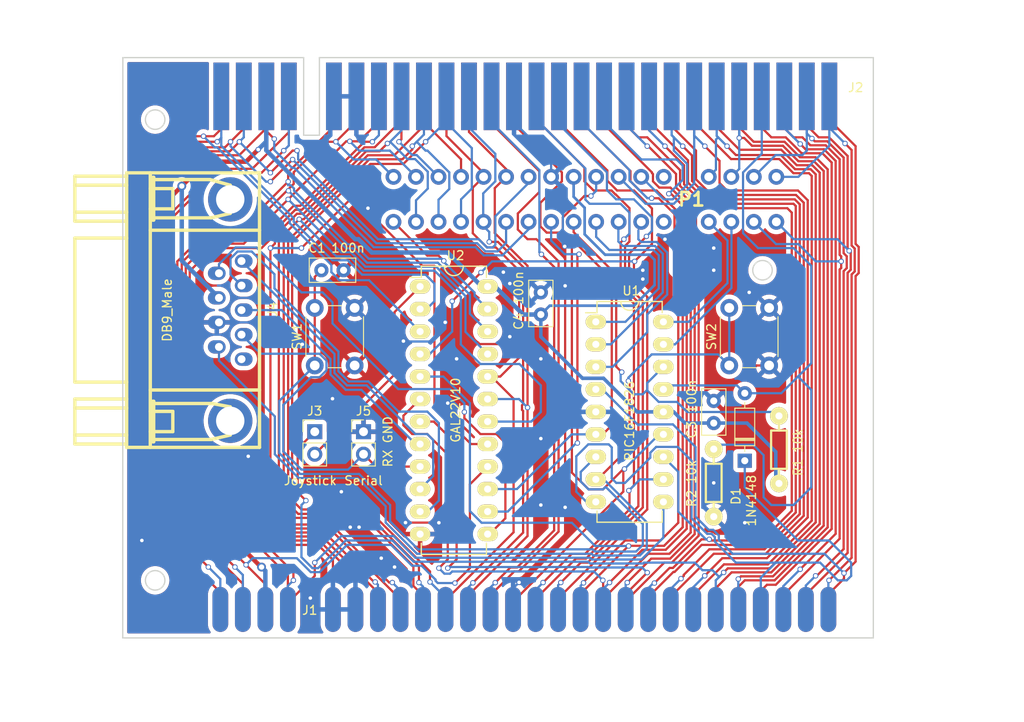
<source format=kicad_pcb>
(kicad_pcb (version 20211014) (generator pcbnew)
  (layers (0 "F.Cu" signal) (31 "B.Cu" signal) (34 "B.Paste" user) (35 "F.Paste" user) (36 "B.SilkS" user "B.Silkscreen") (37 "F.SilkS" user "F.Silkscreen") (38 "B.Mask" user) (39 "F.Mask" user) (44 "Edge.Cuts" user))
  (net 0 "")
  (net 1 "+5V")
  (net 2 "GND")
  (net 3 "A11")
  (net 4 "A9")
  (net 5 "BUSACK")
  (net 6 "ROMCS48K")
  (net 7 "A4")
  (net 8 "A5")
  (net 9 "A6")
  (net 10 "A7")
  (net 11 "RESET")
  (net 12 "BUSREQ")
  (net 13 "TOP28")
  (net 14 "A10")
  (net 15 "A8")
  (net 16 "RFSH")
  (net 17 "M1")
  (net 18 "-12V")
  (net 19 "+12V")
  (net 20 "WAIT")
  (net 21 "-5V")
  (net 22 "WR")
  (net 23 "U")
  (net 24 "V")
  (net 25 "Y")
  (net 26 "Net-(C1-Pad1)")
  (net 27 "IOREQGE")
  (net 28 "A3")
  (net 29 "A2")
  (net 30 "A1")
  (net 31 "A0")
  (net 32 "CLOCK")
  (net 33 "+9V")
  (net 34 "A12")
  (net 35 "A14")
  (net 36 "RD")
  (net 37 "IOREQ")
  (net 38 "MREQ")
  (net 39 "HALT")
  (net 40 "NMI")
  (net 41 "INT")
  (net 42 "D4")
  (net 43 "D3")
  (net 44 "D5")
  (net 45 "D6")
  (net 46 "D2")
  (net 47 "D1")
  (net 48 "D0")
  (net 49 "OE1_128K")
  (net 50 "D7")
  (net 51 "A13")
  (net 52 "A15")
  (net 53 "EP_CE")
  (net 54 "PA16")
  (net 55 "PA17")
  (net 56 "PA18")
  (net 57 "PA14")
  (net 58 "PA15")
  (net 59 "PT_ROMCS")
  (net 60 "J1-Up")
  (net 61 "J2-Down")
  (net 62 "J3-Left")
  (net 63 "J4-Right")
  (net 64 "J6-Fire")
  (net 65 "Rom_WR")
  (net 66 "Rom_RD")
  (net 67 "Net-(J3-Pad2)")
  (net 68 "VIDEO{slash}OE2_128K")
  (net 69 "ARD")
  (footprint "Housings_DIP:DIP-18_W7.62mm_LongPads" (layer "F.Cu") (at 164.7 84.825)
    (fp_text reference "U1")
    (fp_text value "PIC16F1826")
  )
  (footprint "p_w_pth_resistors:RC03" (layer "F.Cu") (at 178 103 -90)
    (fp_text reference "R2")
    (fp_text value "10k" hide)
  )
  (footprint "Housings_DIP:DIP-24_W7.62mm_LongPads" (layer "F.Cu") (at 144.88 80.84)
    (fp_text reference "U2")
    (fp_text value "GAL22V10")
  )
  (footprint "ZX_Spectrum:ZX_CONN" (layer "F.Cu") (at 147.749 117.284)
    (fp_text reference "J1")
    (fp_text value "ZX_48K_EDGE" hide)
  )
  (footprint "ZX_Spectrum:ZX_BUS" (layer "F.Cu") (at 147.856 59.375)
    (fp_text reference "J2")
    (fp_text value "ZX_48K_EDGE" hide)
  )
  (footprint "p_w_pth_resistors:RC03" (layer "F.Cu") (at 185.358923 99.253357 90)
    (fp_text reference "R1")
    (fp_text value "10k" hide)
  )
  (footprint "Button_Switch_THT:SW_PUSH_6mm" (layer "F.Cu") (at 179.75 89.75 90)
    (fp_text reference "SW2")
    (fp_text value "SW_SPST")
  )
  (footprint "Capacitor_THT:C_Disc_D5.0mm_W2.5mm_P2.50mm" (layer "F.Cu") (at 133.75 79)
    (fp_text reference "C1")
    (fp_text value "100n")
  )
  (footprint "Button_Switch_THT:SW_PUSH_6mm" (layer "F.Cu") (at 133 89.75 90)
    (fp_text reference "SW1")
    (fp_text value "SW_SPST")
  )
  (footprint "Connector_PinHeader_2.54mm:PinHeader_1x02_P2.54mm_Vertical" (layer "F.Cu") (at 133 97.225)
    (fp_text reference "J3")
    (fp_text value "Joystick")
  )
  (footprint "Capacitor_THT:C_Disc_D5.0mm_W2.5mm_P2.50mm" (layer "F.Cu") (at 178 96.25 90)
    (fp_text reference "C3")
    (fp_text value "100n")
  )
  (footprint "Common:DB_9M" (layer "F.Cu") (at 116.356 83.5 -90)
    (fp_text reference "J4")
    (fp_text value "DB9_Male")
  )
  (footprint "Connector_PinHeader_2.54mm:PinHeader_1x02_P2.54mm_Vertical" (layer "F.Cu") (at 138.5 97.225)
    (fp_text reference "J5")
    (fp_text value "Serial")
  )
  (footprint "Diode_THT:D_DO-35_SOD27_P7.62mm_Horizontal" (layer "F.Cu") (at 181.5 100.5 90)
    (fp_text reference "D1")
    (fp_text value "1N4148")
  )
  (footprint "Common:DAN_CART_EDGE" (layer "F.Cu") (at 149.5 71)
    (fp_text reference "P1")
    (fp_text value "DAN_CART_EDGE" hide)
  )
  (footprint "Capacitor_THT:C_Disc_D5.0mm_W2.5mm_P2.50mm" (layer "F.Cu") (at 158.5 84 90)
    (fp_text reference "C4")
    (fp_text value "100n")
  )
  (gr_arc (start 149.749999 78.5) (mid 148.687131 79.60595) (end 147.63026 78.494268) (layer "F.SilkS") (width 0.15))
  (gr_arc (start 169.5 82.5) (mid 168.510297 83.520454) (end 167.519983 82.500594) (layer "F.SilkS") (width 0.15))
  (gr_line (start 111.356 55) (end 131.747 55) (layer "Edge.Cuts") (width 0.15))
  (gr_circle (center 183.5 79) (end 184.6 79) (layer "Edge.Cuts") (width 0.15) (fill none))
  (gr_line (start 196 120.5) (end 111.342 120.5) (layer "Edge.Cuts") (width 0.15))
  (gr_circle (center 115 62) (end 116.1 62) (layer "Edge.Cuts") (width 0.15) (fill none))
  (gr_circle (center 115 114) (end 116.1 114) (layer "Edge.Cuts") (width 0.15) (fill none))
  (gr_line (start 131.747 63.765) (end 133.525 63.765) (layer "Edge.Cuts") (width 0.15))
  (gr_line (start 111.342 120.5) (end 111.356 55) (layer "Edge.Cuts") (width 0.15))
  (gr_line (start 133.525 55) (end 196 55) (layer "Edge.Cuts") (width 0.15))
  (gr_line (start 131.747 55) (end 131.747 63.765) (layer "Edge.Cuts") (width 0.15))
  (gr_line (start 133.525 63.765) (end 133.525 55) (layer "Edge.Cuts") (width 0.15))
  (gr_line (start 196 55) (end 196 120.5) (layer "Edge.Cuts") (width 0.15))
  (gr_text "GND" (at 141.25 97 90) (layer "F.SilkS") (effects (font (size 1 1))))
  (gr_text "100n" (at 175.5 93.25 90) (layer "F.SilkS") (effects (font (size 1 1))))
  (gr_text "100n" (at 156 81 90) (layer "F.SilkS") (effects (font (size 1 1))))
  (gr_text "10k" (at 175.5 101.75 90) (layer "F.SilkS") (effects (font (size 1 1))))
  (gr_text "Serial" (at 138.5 102.75) (layer "F.SilkS") (effects (font (size 1 1))))
  (gr_text "1N4148" (at 182.25 105 90) (layer "F.SilkS") (effects (font (size 1 1))))
  (gr_text "10k" (at 187.5 98.25 90) (layer "F.SilkS") (effects (font (size 1 1))))
  (gr_text "Joystick" (at 132.5 102.75) (layer "F.SilkS") (effects (font (size 1 1))))
  (gr_text "RX" (at 141.25 100.25 90) (layer "F.SilkS") (effects (font (size 1 1))))
  (gr_text "100n" (at 136.75 76.5) (layer "F.SilkS") (effects (font (size 1 1))))
  (segment (start 115.75 101.3) (end 126.95 112.5) (width 0.5) (layer "F.Cu") (net 1))
  (segment (start 126.95 112.5) (end 127 112.5) (width 0.5) (layer "F.Cu") (net 1))
  (segment (start 118 69.5) (end 115.75 71.75) (width 0.5) (layer "F.Cu") (net 1))
  (segment (start 115.75 71.75) (end 115.75 101.3) (width 0.5) (layer "F.Cu") (net 1))
  (segment (start 120.75 66.75) (end 118 69.5) (width 0.5) (layer "F.Cu") (net 1))
  (segment (start 125.25 66.75) (end 120.75 66.75) (width 0.5) (layer "F.Cu") (net 1))
  (segment (start 126.625 65.375) (end 125.25 66.75) (width 0.5) (layer "F.Cu") (net 1))
  (via (at 127 112.5) (size 1) (drill 0.6) (layers "F.Cu" "B.Cu") (net 1))
  (via (at 118 69.5) (size 1) (drill 0.6) (layers "F.Cu" "B.Cu") (net 1))
  (via (at 126.625 65.375) (size 0.6) (drill 0.4) (layers "F.Cu" "B.Cu") (net 1))
  (segment (start 165.567767 91.195) (end 163.195 91.195) (width 0.4) (layer "B.Cu") (net 1))
  (segment (start 158.5 86.5) (end 158.5 84) (width 0.4) (layer "B.Cu") (net 1))
  (segment (start 169 83) (end 159.5 83) (width 0.3) (layer "B.Cu") (net 1))
  (segment (start 156.5 84) (end 158.5 84) (width 0.5) (layer "B.Cu") (net 1))
  (segment (start 172.32 94.985) (end 170.015 94.985) (width 0.4) (layer "B.Cu") (net 1))
  (segment (start 170 95) (end 169.372767 95) (width 0.4) (layer "B.Cu") (net 1))
  (segment (start 185 102.704434) (end 185.358923 103.063357) (width 0.4) (layer "B.Cu") (net 1))
  (segment (start 127.536 64.464) (end 127.536 59.375) (width 0.5) (layer "B.Cu") (net 1))
  (segment (start 127.429 112.929) (end 127.429 117.284) (width 0.5) (layer "B.Cu") (net 1))
  (segment (start 163.441382 71.95) (end 163.441382 74.941382) (width 0.3) (layer "B.Cu") (net 1))
  (segment (start 151.84 80.84) (end 148 77) (width 0.5) (layer "B.Cu") (net 1))
  (segment (start 122.198 82.1157) (end 118 77.9177) (width 0.5) (layer "B.Cu") (net 1))
  (segment (start 118 77.9177) (end 118 69.5) (width 0.5) (layer "B.Cu") (net 1))
  (segment (start 181.75 96.25) (end 185 99.5) (width 0.4) (layer "B.Cu") (net 1))
  (segment (start 152.5 80.84) (end 153.34 80.84) (width 0.5) (layer "B.Cu") (net 1))
  (segment (start 127.536 65.475339) (end 127.536 59.375) (width 0.5) (layer "B.Cu") (net 1))
  (segment (start 165.75 77.25) (end 170.75 77.25) (width 0.3) (layer "B.Cu") (net 1))
  (segment (start 163.441382 74.941382) (end 165.75 77.25) (width 0.3) (layer "B.Cu") (net 1))
  (segment (start 148 77) (end 139.436828 77) (width 0.5) (layer "B.Cu") (net 1))
  (segment (start 152.5 80.84) (end 151.84 80.84) (width 0.5) (layer "B.Cu") (net 1))
  (segment (start 137.936828 75.5) (end 137.560661 75.5) (width 0.5) (layer "B.Cu") (net 1))
  (segment (start 172.32 94.985) (end 173.485 94.985) (width 0.4) (layer "B.Cu") (net 1))
  (segment (start 127 112.5) (end 127.429 112.929) (width 0.5) (layer "B.Cu") (net 1))
  (segment (start 171.325 80.675) (end 169 83) (width 0.3) (layer "B.Cu") (net 1))
  (segment (start 139.436828 77) (end 137.936828 75.5) (width 0.5) (layer "B.Cu") (net 1))
  (segment (start 169.372767 95) (end 165.567767 91.195) (width 0.4) (layer "B.Cu") (net 1))
  (segment (start 170.75 77.25) (end 171.325 77.825) (width 0.3) (layer "B.Cu") (net 1))
  (segment (start 185 99.5) (end 185 102.704434) (width 0.4) (layer "B.Cu") (net 1))
  (segment (start 126.625 65.375) (end 127.536 64.464) (width 0.5) (layer "B.Cu") (net 1))
  (segment (start 137.560661 75.5) (end 127.536 65.475339) (width 0.5) (layer "B.Cu") (net 1))
  (segment (start 159.5 83) (end 158.5 84) (width 0.3) (layer "B.Cu") (net 1))
  (segment (start 153.34 80.84) (end 156.5 84) (width 0.5) (layer "B.Cu") (net 1))
  (segment (start 174.75 96.25) (end 181.75 96.25) (width 0.4) (layer "B.Cu") (net 1))
  (segment (start 162.2 68.46) (end 162.2 70.708618) (width 0.3) (layer "B.Cu") (net 1))
  (segment (start 171.325 77.825) (end 171.325 80.675) (width 0.3) (layer "B.Cu") (net 1))
  (segment (start 170.015 94.985) (end 170 95) (width 0.4) (layer "B.Cu") (net 1))
  (segment (start 173.485 94.985) (end 174.75 96.25) (width 0.4) (layer "B.Cu") (net 1))
  (segment (start 163.195 91.195) (end 158.5 86.5) (width 0.4) (layer "B.Cu") (net 1))
  (segment (start 162.2 70.708618) (end 163.441382 71.95) (width 0.3) (layer "B.Cu") (net 1))
  (segment (start 178 93.75) (end 179.5 95.25) (width 0.25) (layer "F.Cu") (net 2))
  (segment (start 154.165 87.335) (end 150.665 87.335) (width 0.25) (layer "F.Cu") (net 2))
  (segment (start 180.25 91.5) (end 178 93.75) (width 0.25) (layer "F.Cu") (net 2))
  (segment (start 182.835787 89.75) (end 181.085787 91.5) (width 0.25) (layer "F.Cu") (net 2))
  (segment (start 156.044588 114.02361) (end 156.044588 114.230205) (width 0.25) (layer "F.Cu") (net 2))
  (segment (start 179.5 105.31) (end 178 106.81) (width 0.25) (layer "F.Cu") (net 2))
  (segment (start 179.5 95.25) (end 179.5 105.31) (width 0.25) (layer "F.Cu") (net 2))
  (segment (start 146.984546 107.484546) (end 147 107.5) (width 0.25) (layer "F.Cu") (net 2))
  (segment (start 161.239604 108.828594) (end 156.044588 114.02361) (width 0.25) (layer "F.Cu") (net 2))
  (segment (start 143.236525 107.484546) (end 146.984546 107.484546) (width 0.25) (layer "F.Cu") (net 2))
  (segment (start 161.239604 80.760396) (end 161.239604 108.828594) (width 0.25) (layer "F.Cu") (net 2))
  (segment (start 181.085787 91.5) (end 180.25 91.5) (width 0.25) (layer "F.Cu") (net 2))
  (segment (start 161.191589 76.308411) (end 161.239604 76.356426) (width 0.25) (layer "F.Cu") (net 2))
  (segment (start 184.25 89.75) (end 182.835787 89.75) (width 0.25) (layer "F.Cu") (net 2))
  (segment (start 150.665 87.335) (end 149 89) (width 0.25) (layer "F.Cu") (net 2))
  (segment (start 161.239604 76.356426) (end 161.239604 80.760396) (width 0.25) (layer "F.Cu") (net 2))
  (segment (start 155 86.5) (end 155 80.5) (width 0.25) (layer "F.Cu") (net 2))
  (segment (start 155 86.5) (end 154.165 87.335) (width 0.25) (layer "F.Cu") (net 2))
  (via (at 131.591291 87.362373) (size 0.6) (drill 0.4) (layers "F.Cu" "B.Cu") (net 2))
  (via (at 140.5 111.5) (size 0.6) (drill 0.4) (layers "F.Cu" "B.Cu") (net 2))
  (via (at 143 87) (size 0.6) (drill 0.4) (layers "F.Cu" "B.Cu") (net 2))
  (via (at 132.5 116) (size 0.6) (drill 0.4) (layers "F.Cu" "B.Cu") (net 2))
  (via (at 158.5 105.5) (size 0.6) (drill 0.4) (layers "F.Cu" "B.Cu") (net 2))
  (via (at 161.191589 76.308411) (size 0.6) (drill 0.4) (layers "F.Cu" "B.Cu") (net 2))
  (via (at 155 86.5) (size 0.6) (drill 0.4) (layers "F.Cu" "B.Cu") (net 2))
  (via (at 170 80) (size 0.6) (drill 0.4) (layers "F.Cu" "B.Cu") (net 2))
  (via (at 148 94) (size 0.6) (drill 0.4) (layers "F.Cu" "B.Cu") (net 2))
  (via (at 155 80.5) (size 0.6) (drill 0.4) (layers "F.Cu" "B.Cu") (net 2))
  (via (at 178 79) (size 0.6) (drill 0.4) (layers "F.Cu" "B.Cu") (net 2))
  (via (at 178 76.5) (size 0.6) (drill 0.4) (layers "F.Cu" "B.Cu") (net 2))
  (via (at 178 103) (size 0.6) (drill 0.4) (layers "F.Cu" "B.Cu") (net 2))
  (via (at 158.5 98) (size 0.6) (drill 0.4) (layers "F.Cu" "B.Cu") (net 2))
  (via (at 182 81.5) (size 0.6) (drill 0.4) (layers "F.Cu" "B.Cu") (net 2))
  (via (at 149 89) (size 0.6) (drill 0.4) (layers "F.Cu" "B.Cu") (net 2))
  (via (at 139 72) (size 0.6) (drill 0.4) (layers "F.Cu" "B.Cu") (net 2))
  (via (at 135 93.5) (size 0.6) (drill 0.4) (layers "F.Cu" "B.Cu") (net 2))
  (via (at 181.5 107.5) (size 0.6) (drill 0.4) (layers "F.Cu" "B.Cu") (net 2))
  (via (at 172.5 75.5) (size 0.6) (drill 0.4) (layers "F.Cu" "B.Cu") (net 2))
  (via (at 170 79) (size 0.6) (drill 0.4) (layers "F.Cu" "B.Cu") (net 2))
  (via (at 136 104) (size 0.6) (drill 0.4) (layers "F.Cu" "B.Cu") (net 2))
  (via (at 156.044588 114.230205) (size 0.6) (drill 0.4) (layers "F.Cu" "B.Cu") (net 2))
  (via (at 158.5 89) (size 0.6) (drill 0.4) (layers "F.Cu" "B.Cu") (net 2))
  (via (at 147.711131 84.880036) (size 0.6) (drill 0.4) (layers "F.Cu" "B.Cu") (net 2))
  (via (at 125.5 100) (size 0.6) (drill 0.4) (layers "F.Cu" "B.Cu") (net 2))
  (via (at 138 108) (size 0.6) (drill 0.4) (layers "F.Cu" "B.Cu") (net 2))
  (via (at 161.239604 105.760396) (size 0.6) (drill 0.4) (layers "F.Cu" "B.Cu") (net 2))
  (via (at 147 107.5) (size 0.6) (drill 0.4) (layers "F.Cu" "B.Cu") (net 2))
  (via (at 154.272124 79.218491) (size 0.6) (drill 0.4) (layers "F.Cu" "B.Cu") (net 2))
  (via (at 137 108) (size 0.6) (drill 0.4) (layers "F.Cu" "B.Cu") (net 2))
  (via (at 113.5 109.5) (size 0.6) (drill 0.4) (layers "F.Cu" "B.Cu") (net 2))
  (via (at 161.239604 80.760396) (size 0.6) (drill 0.4) (layers "F.Cu" "B.Cu") (net 2))
  (via (at 142 112.5) (size 0.6) (drill 0.4) (layers "F.Cu" "B.Cu") (net 2))
  (via (at 143.236525 107.484546) (size 0.6) (drill 0.4) (layers "F.Cu" "B.Cu") (net 2))
  (segment (start 145.955 87.045) (end 143.045 87.045) (width 0.25) (layer "B.Cu") (net 2))
  (segment (start 159.66 68.486815) (end 159.66 66.48) (width 0.25) (layer "B.Cu") (net 2))
  (segment (start 160.986 73.037144) (end 161 73.023144) (width 0.25) (layer "B.Cu") (net 2))
  (segment (start 155.369 114.905793) (end 155.369 117.284) (width 0.25) (layer "B.Cu") (net 2))
  (segment (start 159.66 66.48) (end 155.476 62.296) (width 0.25) (layer "B.Cu") (net 2))
  (segment (start 135.156 59.375) (end 134.755 59.776) (width 0.25) (layer "B.Cu") (net 2))
  (segment (start 161.191589 76.308411) (end 160.986 76.102822) (width 0.25) (layer "B.Cu") (net 2))
  (segment (start 161 69.826815) (end 159.66 68.486815) (width 0.25) (layer "B.Cu") (net 2))
  (segment (start 139 72) (end 139 71) (width 0.5) (layer "B.Cu") (net 2))
  (segment (start 134.755 63.745) (end 134.755 59.776) (width 0.5) (layer "B.Cu") (net 2))
  (segment (start 161 73.023144) (end 161 69.826815) (width 0.25) (layer "B.Cu") (net 2))
  (segment (start 147.711131 84.880036) (end 147.711131 85.288869) (width 0.25) (layer "B.Cu") (net 2))
  (segment (start 160.986 76.102822) (end 160.986 73.037144) (width 0.25) (layer "B.Cu") (net 2))
  (segment (start 147.711131 85.288869) (end 145.955 87.045) (width 0.25) (layer "B.Cu") (net 2))
  (segment (start 134 66) (end 134 64.5) (width 0.5) (layer "B.Cu") (net 2))
  (segment (start 143.045 87.045) (end 143 87) (width 0.25) (layer "B.Cu") (net 2))
  (segment (start 134 64.5) (end 134.755 63.745) (width 0.5) (layer "B.Cu") (net 2))
  (segment (start 156.044588 114.230205) (end 155.369 114.905793) (width 0.25) (layer "B.Cu") (net 2))
  (segment (start 155.476 62.296) (end 155.476 59.375) (width 0.25) (layer "B.Cu") (net 2))
  (segment (start 139 71) (end 134 66) (width 0.5) (layer "B.Cu") (net 2))
  (segment (start 193.8995 76.553366) (end 193.55 76.203866) (width 0.25) (layer "F.Cu") (net 3))
  (segment (start 193.55 76.203866) (end 193.55 65.433178) (width 0.25) (layer "F.Cu") (net 3))
  (segment (start 193.8995 79.131676) (end 193.8995 76.553366) (width 0.25) (layer "F.Cu") (net 3))
  (segment (start 193.55 65.433178) (end 192.808411 64.691589) (width 0.25) (layer "F.Cu") (net 3))
  (segment (start 191 114) (end 193.55 111.45) (width 0.25) (layer "F.Cu") (net 3))
  (segment (start 193.55 79.481176) (end 193.8995 79.131676) (width 0.25) (layer "F.Cu") (net 3))
  (segment (start 193.55 111.45) (end 193.55 79.481176) (width 0.25) (layer "F.Cu") (net 3))
  (via (at 191 114) (size 0.6) (drill 0.4) (layers "F.Cu" "B.Cu") (net 3))
  (via (at 192.808411 64.691589) (size 0.6) (drill 0.4) (layers "F.Cu" "B.Cu") (net 3))
  (segment (start 192.808411 64.691589) (end 191.036 62.919178) (width 0.25) (layer "B.Cu") (net 3))
  (segment (start 190.929 114.071) (end 190.929 117.284) (width 0.25) (layer "B.Cu") (net 3))
  (segment (start 191.036 62.919178) (end 191.036 59.375) (width 0.25) (layer "B.Cu") (net 3))
  (segment (start 187.54 68.46) (end 185.06 68.46) (width 0.25) (layer "B.Cu") (net 3))
  (segment (start 191 114) (end 190.929 114.071) (width 0.25) (layer "B.Cu") (net 3))
  (segment (start 191.036 59.375) (end 191.036 64.964) (width 0.25) (layer "B.Cu") (net 3))
  (segment (start 191.036 64.964) (end 187.54 68.46) (width 0.25) (layer "B.Cu") (net 3))
  (segment (start 190.813604 64.45) (end 189.394822 64.45) (width 0.25) (layer "F.Cu") (net 4))
  (segment (start 192.65 66.286396) (end 190.813604 64.45) (width 0.25) (layer "F.Cu") (net 4))
  (segment (start 192.65 77.071634) (end 192.65 66.286396) (width 0.25) (layer "F.Cu") (net 4))
  (segment (start 192.65 110.466822) (end 192.65 79.108384) (width 0.25) (layer "F.Cu") (net 4))
  (segment (start 189.629072 113.48775) (end 192.65 110.466822) (width 0.25) (layer "F.Cu") (net 4))
  (segment (start 192.9995 77.421134) (end 192.65 77.071634) (width 0.25) (layer "F.Cu") (net 4))
  (segment (start 189.48775 113.48775) (end 189.629072 113.48775) (width 0.25) (layer "F.Cu") (net 4))
  (segment (start 192.65 79.108384) (end 192.9995 78.758884) (width 0.25) (layer "F.Cu") (net 4))
  (segment (start 189.394822 64.45) (end 189.074161 64.129339) (width 0.25) (layer "F.Cu") (net 4))
  (segment (start 192.9995 78.758884) (end 192.9995 77.421134) (width 0.25) (layer "F.Cu") (net 4))
  (via (at 189.074161 64.129339) (size 0.6) (drill 0.4) (layers "F.Cu" "B.Cu") (net 4))
  (via (at 189.48775 113.48775) (size 0.6) (drill 0.4) (layers "F.Cu" "B.Cu") (net 4))
  (segment (start 188.496 59.375) (end 188.496 65.504) (width 0.25) (layer "B.Cu") (net 4))
  (segment (start 188.389 114.5865) (end 188.389 117.284) (width 0.25) (layer "B.Cu") (net 4))
  (segment (start 188.496 65.504) (end 188 66) (width 0.25) (layer "B.Cu") (net 4))
  (segment (start 189.48775 113.48775) (end 188.389 114.5865) (width 0.25) (layer "B.Cu") (net 4))
  (segment (start 188.496 63.551178) (end 188.496 59.375) (width 0.25) (layer "B.Cu") (net 4))
  (segment (start 188 66) (end 184.98 66) (width 0.25) (layer "B.Cu") (net 4))
  (segment (start 189.074161 64.129339) (end 188.496 63.551178) (width 0.25) (layer "B.Cu") (net 4))
  (segment (start 184.98 66) (end 182.52 68.46) (width 0.25) (layer "B.Cu") (net 4))
  (segment (start 190.440812 65.35) (end 191.75 66.659188) (width 0.25) (layer "F.Cu") (net 5))
  (segment (start 191.75 108.75) (end 187.75 112.75) (width 0.25) (layer "F.Cu") (net 5))
  (segment (start 191.75 66.659188) (end 191.75 108.75) (width 0.25) (layer "F.Cu") (net 5))
  (segment (start 188.355054 65.35) (end 190.440812 65.35) (width 0.25) (layer "F.Cu") (net 5))
  (segment (start 187.752527 64.747473) (end 188.355054 65.35) (width 0.25) (layer "F.Cu") (net 5))
  (via (at 187.752527 64.747473) (size 0.6) (drill 0.4) (layers "F.Cu" "B.Cu") (net 5))
  (via (at 187.75 112.75) (size 0.6) (drill 0.4) (layers "F.Cu" "B.Cu") (net 5))
  (segment (start 187.752527 64.747473) (end 187.747473 64.747473) (width 0.25) (layer "B.Cu") (net 5))
  (segment (start 187.747473 64.747473) (end 185.956 62.956) (width 0.25) (layer "B.Cu") (net 5))
  (segment (start 185.849 114.651) (end 185.849 117.284) (width 0.25) (layer "B.Cu") (net 5))
  (segment (start 185.956 62.956) (end 185.956 59.375) (width 0.25) (layer "B.Cu") (net 5))
  (segment (start 187.75 112.75) (end 185.849 114.651) (width 0.25) (layer "B.Cu") (net 5))
  (segment (start 175.5 100.5) (end 173.94 98.94) (width 0.25) (layer "B.Cu") (net 6))
  (segment (start 171.50401 98.94) (end 170.845 99.59901) (width 0.25) (layer "B.Cu") (net 6))
  (segment (start 183.309 117.284) (end 183.309 113.809) (width 0.25) (layer "B.Cu") (net 6))
  (segment (start 166.5 102.5) (end 166.5 99) (width 0.25) (layer "B.Cu") (net 6))
  (segment (start 185 112) (end 183.309 113.691) (width 0.25) (layer "B.Cu") (net 6))
  (segment (start 162.5 104) (end 163.645 105.145) (width 0.25) (layer "B.Cu") (net 6))
  (segment (start 178.125 109.116616) (end 177.758884 108.7505) (width 0.25) (layer "B.Cu") (net 6))
  (segment (start 166.15 98.65) (end 163.85 98.65) (width 0.25) (layer "B.Cu") (net 6))
  (segment (start 187.5 109.5) (end 191 109.5) (width 0.25) (layer "B.Cu") (net 6))
  (segment (start 166.5 99) (end 166.15 98.65) (width 0.25) (layer "B.Cu") (net 6))
  (segment (start 185.5 112) (end 180.5 112) (width 0.25) (layer "B.Cu") (net 6))
  (segment (start 168 103) (end 167 103) (width 0.25) (layer "B.Cu") (net 6))
  (segment (start 170.845 99.59901) (end 170.845 100.155) (width 0.25) (layer "B.Cu") (net 6))
  (segment (start 175.5 107) (end 175.5 100.5) (width 0.25) (layer "B.Cu") (net 6))
  (segment (start 173.94 98.94) (end 171.50401 98.94) (width 0.25) (layer "B.Cu") (net 6))
  (segment (start 163.85 98.65) (end 162.5 100) (width 0.25) (layer "B.Cu") (net 6))
  (segment (start 192 114) (end 190 112) (width 0.25) (layer "B.Cu") (net 6))
  (segment (start 177.2505 108.7505) (end 175.5 107) (width 0.25) (layer "B.Cu") (net 6))
  (segment (start 162.5 100) (end 162.5 104) (width 0.25) (layer "B.Cu") (net 6))
  (segment (start 170.845 100.155) (end 168 103) (width 0.25) (layer "B.Cu") (net 6))
  (segment (start 193.5 113.5) (end 193 114) (width 0.25) (layer "B.Cu") (net 6))
  (segment (start 177.758884 108.7505) (end 177.2505 108.7505) (width 0.25) (layer "B.Cu") (net 6))
  (segment (start 180.5 112) (end 178.125 109.625) (width 0.25) (layer "B.Cu") (net 6))
  (segment (start 193.5 112) (end 193.5 113.5) (width 0.25) (layer "B.Cu") (net 6))
  (segment (start 183.309 113.691) (end 183.309 113.809) (width 0.25) (layer "B.Cu") (net 6))
  (segment (start 190 112) (end 185 112) (width 0.25) (layer "B.Cu") (net 6))
  (segment (start 181.5 103.5) (end 187.5 109.5) (width 0.25) (layer "B.Cu") (net 6))
  (segment (start 167 103) (end 166.5 102.5) (width 0.25) (layer "B.Cu") (net 6))
  (segment (start 193 114) (end 192 114) (width 0.25) (layer "B.Cu") (net 6))
  (segment (start 191 109.5) (end 193.5 112) (width 0.25) (layer "B.Cu") (net 6))
  (segment (start 163.645 105.145) (end 164.7 105.145) (width 0.25) (layer "B.Cu") (net 6))
  (segment (start 178.125 109.625) (end 178.125 109.116616) (width 0.25) (layer "B.Cu") (net 6))
  (segment (start 181.5 100.5) (end 181.5 103.5) (width 0.25) (layer "B.Cu") (net 6))
  (segment (start 185.799085 64.95) (end 187.549085 66.7) (width 0.25) (layer "F.Cu") (net 7))
  (segment (start 190.4 107.827208) (end 184.677208 113.55) (width 0.25) (layer "F.Cu") (net 7))
  (segment (start 189.302297 66.7) (end 190.4 67.797703) (width 0.25) (layer "F.Cu") (net 7))
  (segment (start 181.066822 113.55) (end 180.769 113.847822) (width 0.25) (layer "F.Cu") (net 7))
  (segment (start 182.313604 64.95) (end 185.799085 64.95) (width 0.25) (layer "F.Cu") (net 7))
  (segment (start 180.876 64.067589) (end 181.431193 64.067589) (width 0.25) (layer "F.Cu") (net 7))
  (segment (start 184.677208 113.55) (end 181.066822 113.55) (width 0.25) (layer "F.Cu") (net 7))
  (segment (start 187.549085 66.7) (end 189.302297 66.7) (width 0.25) (layer "F.Cu") (net 7))
  (segment (start 190.4 67.797703) (end 190.4 107.827208) (width 0.25) (layer "F.Cu") (net 7))
  (segment (start 181.431193 64.067589) (end 182.313604 64.95) (width 0.25) (layer "F.Cu") (net 7))
  (via (at 180.769 113.847822) (size 0.6) (drill 0.4) (layers "F.Cu" "B.Cu") (net 7))
  (via (at 180.876 64.067589) (size 0.6) (drill 0.4) (layers "F.Cu" "B.Cu") (net 7))
  (segment (start 180.876 67.564) (end 180.876 59.375) (width 0.25) (layer "B.Cu") (net 7))
  (segment (start 180.769 113.847822) (end 180.769 117.284) (width 0.25) (layer "B.Cu") (net 7))
  (segment (start 179.98 68.46) (end 180.876 67.564) (width 0.25) (layer "B.Cu") (net 7))
  (segment (start 180.876 64.067589) (end 180.876 59.375) (width 0.25) (layer "B.Cu") (net 7))
  (segment (start 185.576293 66) (end 180.5 66) (width 0.25) (layer "F.Cu") (net 8))
  (segment (start 180.5 66) (end 179.5 65) (width 0.25) (layer "F.Cu") (net 8))
  (segment (start 131.0745 99.1505) (end 133 97.225) (width 0.25) (layer "F.Cu") (net 8))
  (segment (start 189.5 68.170495) (end 188.929505 67.6) (width 0.25) (layer "F.Cu") (net 8))
  (segment (start 132 105) (end 131.0745 104.0745) (width 0.25) (layer "F.Cu") (net 8))
  (segment (start 187.176293 67.6) (end 185.576293 66) (width 0.25) (layer "F.Cu") (net 8))
  (segment (start 131.0745 104.0745) (end 131.0745 99.1505) (width 0.25) (layer "F.Cu") (net 8))
  (segment (start 188.929505 67.6) (end 187.176293 67.6) (width 0.25) (layer "F.Cu") (net 8))
  (segment (start 184.304416 112.65) (end 189.5 107.454416) (width 0.25) (layer "F.Cu") (net 8))
  (segment (start 179.116469 113.116469) (end 179.582938 112.65) (width 0.25) (layer "F.Cu") (net 8))
  (segment (start 179.582938 112.65) (end 184.304416 112.65) (width 0.25) (layer "F.Cu") (net 8))
  (segment (start 189.5 107.454416) (end 189.5 68.170495) (width 0.25) (layer "F.Cu") (net 8))
  (via (at 179.116469 113.116469) (size 0.6) (drill 0.4) (layers "F.Cu" "B.Cu") (net 8))
  (via (at 179.5 65) (size 0.6) (drill 0.4) (layers "F.Cu" "B.Cu") (net 8))
  (via (at 132 105) (size 0.6) (drill 0.4) (layers "F.Cu" "B.Cu") (net 8))
  (segment (start 136.5 109.5) (end 141.749822 109.5) (width 0.25) (layer "B.Cu") (net 8))
  (segment (start 178.5 64) (end 179.5 65) (width 0.25) (layer "B.Cu") (net 8))
  (segment (start 163.854416 111.9) (end 164.053916 112.0995) (width 0.25) (layer "B.Cu") (net 8))
  (segment (start 178.229 114.003938) (end 178.229 117.284) (width 0.25) (layer "B.Cu") (net 8))
  (segment (start 131.5 105.5) (end 131.5 111.383884) (width 0.25) (layer "B.Cu") (net 8))
  (segment (start 175.866116 112) (end 176.724054 112.857938) (width 0.25) (layer "B.Cu") (net 8))
  (segment (start 144.149822 111.9) (end 163.854416 111.9) (width 0.25) (layer "B.Cu") (net 8))
  (segment (start 170.036896 112.0995) (end 170.136396 112) (width 0.25) (layer "B.Cu") (net 8))
  (segment (start 131.5 111.383884) (end 132.741116 112.625) (width 0.25) (layer "B.Cu") (net 8))
  (segment (start 176.724054 112.857938) (end 177.857938 112.857938) (width 0.25) (layer "B.Cu") (net 8))
  (segment (start 133.375 112.625) (end 136.5 109.5) (width 0.25) (layer "B.Cu") (net 8))
  (segment (start 132.741116 112.625) (end 133.375 112.625) (width 0.25) (layer "B.Cu") (net 8))
  (segment (start 178.25 67.65) (end 178.25 64.25) (width 0.25) (layer "B.Cu") (net 8))
  (segment (start 178.616469 113.616469) (end 178.229 114.003938) (width 0.25) (layer "B.Cu") (net 8))
  (segment (start 177.857938 112.857938) (end 178.616469 113.616469) (width 0.25) (layer "B.Cu") (net 8))
  (segment (start 170.136396 112) (end 175.866116 112) (width 0.25) (layer "B.Cu") (net 8))
  (segment (start 132 105) (end 131.5 105.5) (width 0.25) (layer "B.Cu") (net 8))
  (segment (start 141.749822 109.5) (end 144.149822 111.9) (width 0.25) (layer "B.Cu") (net 8))
  (segment (start 178.336 59.375) (end 178.336 63.836) (width 0.25) (layer "B.Cu") (net 8))
  (segment (start 164.053916 112.0995) (end 170.036896 112.0995) (width 0.25) (layer "B.Cu") (net 8))
  (segment (start 179.116469 113.116469) (end 178.616469 113.616469) (width 0.25) (layer "B.Cu") (net 8))
  (segment (start 177.44 68.46) (end 178.25 67.65) (width 0.25) (layer "B.Cu") (net 8))
  (segment (start 178.336 63.836) (end 178.5 64) (width 0.25) (layer "B.Cu") (net 8))
  (segment (start 178.25 64.25) (end 178.5 64) (width 0.25) (layer "B.Cu") (net 8))
  (segment (start 178.965876 111.5) (end 184 111.5) (width 0.25) (layer "F.Cu") (net 9))
  (segment (start 184 111.5) (end 188.6 106.9) (width 0.25) (layer "F.Cu") (net 9))
  (segment (start 176.982938 113.482938) (end 178.965876 111.5) (width 0.25) (layer "F.Cu") (net 9))
  (segment (start 188.6 106.9) (end 188.6 71.1) (width 0.25) (layer "F.Cu") (net 9))
  (segment (start 188.6 71.1) (end 187.5 70) (width 0.25) (layer "F.Cu") (net 9))
  (segment (start 179.5 70) (end 178.654 69.154) (width 0.25) (layer "F.Cu") (net 9))
  (segment (start 178.654 66.654) (end 177 65) (width 0.25) (layer "F.Cu") (net 9))
  (segment (start 187.5 70) (end 179.5 70) (width 0.25) (layer "F.Cu") (net 9))
  (segment (start 178.654 69.154) (end 178.654 66.654) (width 0.25) (layer "F.Cu") (net 9))
  (via (at 177 65) (size 0.6) (drill 0.4) (layers "F.Cu" "B.Cu") (net 9))
  (via (at 176.982938 113.482938) (size 0.6) (drill 0.4) (layers "F.Cu" "B.Cu") (net 9))
  (segment (start 175.689 117.284) (end 175.689 114.776876) (width 0.25) (layer "B.Cu") (net 9))
  (segment (start 175.796 63.796) (end 175.796 59.375) (width 0.25) (layer "B.Cu") (net 9))
  (segment (start 173.5 71.5) (end 170.32 71.5) (width 0.25) (layer "B.Cu") (net 9))
  (segment (start 175.689 114.776876) (end 176.982938 113.482938) (width 0.25) (layer "B.Cu") (net 9))
  (segment (start 177 65) (end 175.796 63.796) (width 0.25) (layer "B.Cu") (net 9))
  (segment (start 170.32 71.5) (end 167.28 68.46) (width 0.25) (layer "B.Cu") (net 9))
  (segment (start 175.796 59.375) (end 175.796 69.204) (width 0.25) (layer "B.Cu") (net 9))
  (segment (start 175.796 69.204) (end 173.5 71.5) (width 0.25) (layer "B.Cu") (net 9))
  (segment (start 187.7 71.563604) (end 187.136396 71) (width 0.25) (layer "F.Cu") (net 10))
  (segment (start 174.616822 113.5) (end 174.616822 113.383178) (width 0.25) (layer "F.Cu") (net 10))
  (segment (start 177.626748 71) (end 175.55 68.923252) (width 0.25) (layer "F.Cu") (net 10))
  (segment (start 175.55 68.923252) (end 175.55 66.05) (width 0.25) (layer "F.Cu") (net 10))
  (segment (start 177.5 110.5) (end 183.727208 110.5) (width 0.25) (layer "F.Cu") (net 10))
  (segment (start 183.727208 110.5) (end 187.7 106.527208) (width 0.25) (layer "F.Cu") (net 10))
  (segment (start 187.136396 71) (end 177.626748 71) (width 0.25) (layer "F.Cu") (net 10))
  (segment (start 175.55 66.05) (end 174.5 65) (width 0.25) (layer "F.Cu") (net 10))
  (segment (start 174.616822 113.383178) (end 177.5 110.5) (width 0.25) (layer "F.Cu") (net 10))
  (segment (start 174.308411 113.808411) (end 174.616822 113.5) (width 0.25) (layer "F.Cu") (net 10))
  (segment (start 187.7 106.527208) (end 187.7 71.563604) (width 0.25) (layer "F.Cu") (net 10))
  (via (at 174.308411 113.808411) (size 0.6) (drill 0.4) (layers "F.Cu" "B.Cu") (net 10))
  (via (at 174.5 65) (size 0.6) (drill 0.4) (layers "F.Cu" "B.Cu") (net 10))
  (segment (start 173.256 63.756) (end 173.5 64) (width 0.25) (layer "B.Cu") (net 10))
  (segment (start 173.149 114.967822) (end 173.149 117.284) (width 0.25) (layer "B.Cu") (net 10))
  (segment (start 175 69.363604) (end 173.363604 71) (width 0.25) (layer "B.Cu") (net 10))
  (segment (start 172.36 71) (end 169.82 68.46) (width 0.25) (layer "B.Cu") (net 10))
  (segment (start 175 67) (end 175 69.363604) (width 0.25) (layer "B.Cu") (net 10))
  (segment (start 173.363604 71) (end 172.36 71) (width 0.25) (layer "B.Cu") (net 10))
  (segment (start 173.256 63.756) (end 174.5 65) (width 0.25) (layer "B.Cu") (net 10))
  (segment (start 173.256 59.375) (end 173.256 63.756) (width 0.25) (layer "B.Cu") (net 10))
  (segment (start 174.308411 113.808411) (end 173.149 114.967822) (width 0.25) (layer "B.Cu") (net 10))
  (segment (start 173.5 64) (end 173.5 65.5) (width 0.25) (layer "B.Cu") (net 10))
  (segment (start 173.5 65.5) (end 175 67) (width 0.25) (layer "B.Cu") (net 10))
  (segment (start 177.6245 109.5) (end 183.454416 109.5) (width 0.25) (layer "F.Cu") (net 11))
  (segment (start 176.6245 109.3755) (end 173.4 112.6) (width 0.25) (layer "F.Cu") (net 11))
  (segment (start 177.5 109.3755) (end 176.6245 109.3755) (width 0.25) (layer "F.Cu") (net 11))
  (segment (start 173.016822 112.6) (end 171.308411 114.308411) (width 0.25) (layer "F.Cu") (net 11))
  (segment (start 173.4 112.6) (end 173.016822 112.6) (width 0.25) (layer "F.Cu") (net 11))
  (segment (start 174.65 69.296044) (end 174.65 67.15) (width 0.25) (layer "F.Cu") (net 11))
  (segment (start 186.3 72) (end 177.353956 72) (width 0.25) (layer "F.Cu") (net 11))
  (segment (start 186.8 106.154416) (end 186.8 72.5) (width 0.25) (layer "F.Cu") (net 11))
  (segment (start 183.454416 109.5) (end 186.8 106.154416) (width 0.25) (layer "F.Cu") (net 11))
  (segment (start 177.5 109.3755) (end 177.6245 109.5) (width 0.25) (layer "F.Cu") (net 11))
  (segment (start 174.65 67.15) (end 172.5 65) (width 0.25) (layer "F.Cu") (net 11))
  (segment (start 186.8 72.5) (end 186.3 72) (width 0.25) (layer "F.Cu") (net 11))
  (segment (start 177.353956 72) (end 174.65 69.296044) (width 0.25) (layer "F.Cu") (net 11))
  (via (at 171.308411 114.308411) (size 0.6) (drill 0.4) (layers "F.Cu" "B.Cu") (net 11))
  (via (at 172.5 65) (size 0.6) (drill 0.4) (layers "F.Cu" "B.Cu") (net 11))
  (via (at 177.5 109.3755) (size 0.6) (drill 0.4) (layers "F.Cu" "B.Cu") (net 11))
  (segment (start 177.5 109.3755) (end 177.1255 109.3755) (width 0.25) (layer "B.Cu") (net 11))
  (segment (start 171.191589 114.308411) (end 170.609 114.891) (width 0.25) (layer "B.Cu") (net 11))
  (segment (start 170.609 114.891) (end 170.609 117.284) (width 0.25) (layer "B.Cu") (net 11))
  (segment (start 174 101.745) (end 172.32 100.065) (width 0.25) (layer "B.Cu") (net 11))
  (segment (start 171.308411 114.308411) (end 171.191589 114.308411) (width 0.25) (layer "B.Cu") (net 11))
  (segment (start 170.716 59.375) (end 170.716 63.216) (width 0.25) (layer "B.Cu") (net 11))
  (segment (start 170.716 63.216) (end 172.5 65) (width 0.25) (layer "B.Cu") (net 11))
  (segment (start 177.1255 109.3755) (end 174 106.25) (width 0.25) (layer "B.Cu") (net 11))
  (segment (start 174 106.25) (end 174 101.745) (width 0.25) (layer "B.Cu") (net 11))
  (segment (start 173.086396 111.55) (end 175.85 108.786396) (width 0.25) (layer "F.Cu") (net 12))
  (segment (start 168.25 114.25) (end 170.95 111.55) (width 0.25) (layer "F.Cu") (net 12))
  (segment (start 170.95 111.55) (end 173.086396 111.55) (width 0.25) (layer "F.Cu") (net 12))
  (segment (start 170.616856 65) (end 170.5 65) (width 0.25) (layer "F.Cu") (net 12))
  (segment (start 173.75 68.133144) (end 170.616856 65) (width 0.25) (layer "F.Cu") (net 12))
  (segment (start 175.5 78.245406) (end 175.5 71.418836) (width 0.25) (layer "F.Cu") (net 12))
  (segment (start 175.5 71.418836) (end 173.75 69.668836) (width 0.25) (layer "F.Cu") (net 12))
  (segment (start 175.85 78.595406) (end 175.5 78.245406) (width 0.25) (layer "F.Cu") (net 12))
  (segment (start 175.85 108.786396) (end 175.85 78.595406) (width 0.25) (layer "F.Cu") (net 12))
  (segment (start 173.75 69.668836) (end 173.75 68.133144) (width 0.25) (layer "F.Cu") (net 12))
  (via (at 168.25 114.25) (size 0.6) (drill 0.4) (layers "F.Cu" "B.Cu") (net 12))
  (via (at 170.5 65) (size 0.6) (drill 0.4) (layers "F.Cu" "B.Cu") (net 12))
  (segment (start 168.176 59.375) (end 168.176 62.676) (width 0.25) (layer "B.Cu") (net 12))
  (segment (start 168.069 114.431) (end 168.069 117.284) (width 0.25) (layer "B.Cu") (net 12))
  (segment (start 168.176 62.676) (end 170.5 65) (width 0.25) (layer "B.Cu") (net 12))
  (segment (start 168.25 114.25) (end 168.069 114.431) (width 0.25) (layer "B.Cu") (net 12))
  (segment (start 194 76.01747) (end 194 65) (width 0.25) (layer "F.Cu") (net 13))
  (segment (start 192.691589 113.808411) (end 190.929 115.571) (width 0.25) (layer "F.Cu") (net 13))
  (segment (start 194.3495 76.36697) (end 194 76.01747) (width 0.25) (layer "F.Cu") (net 13))
  (segment (start 194 79.667572) (end 194.3495 79.318072) (width 0.25) (layer "F.Cu") (net 13))
  (segment (start 194 65) (end 191.036 62.036) (width 0.25) (layer "F.Cu") (net 13))
  (segment (start 194.3495 79.318072) (end 194.3495 76.36697) (width 0.25) (layer "F.Cu") (net 13))
  (segment (start 194 111.883178) (end 194 79.667572) (width 0.25) (layer "F.Cu") (net 13))
  (segment (start 192.691589 113.191589) (end 194 111.883178) (width 0.25) (layer "F.Cu") (net 13))
  (segment (start 191.036 62.036) (end 191.036 59.375) (width 0.25) (layer "F.Cu") (net 13))
  (segment (start 190.929 115.571) (end 190.929 117.284) (width 0.25) (layer "F.Cu") (net 13))
  (segment (start 192.691589 113.191589) (end 192.691589 113.808411) (width 0.25) (layer "F.Cu") (net 13))
  (via (at 192.691589 113.191589) (size 0.6) (drill 0.4) (layers "F.Cu" "B.Cu") (net 13))
  (segment (start 177.436896 108.3005) (end 175.95 106.813604) (width 0.25) (layer "B.Cu") (net 13))
  (segment (start 165.445 92.445) (end 164.7 92.445) (width 0.25) (layer "B.Cu") (net 13))
  (segment (start 175.95 106.813604) (end 175.95 98.95) (width 0.25) (layer "B.Cu") (net 13))
  (segment (start 169.6 96.4) (end 169.5 96.5) (width 0.25) (layer "B.Cu") (net 13))
  (segment (start 177.94528 108.3005) (end 177.436896 108.3005) (width 0.25) (layer "B.Cu") (net 13))
  (segment (start 178.575 108.93022) (end 177.94528 108.3005) (width 0.25) (layer "B.Cu") (net 13))
  (segment (start 175.95 98.95) (end 173.4 96.4) (width 0.25) (layer "B.Cu") (net 13))
  (segment (start 192.691589 113.191589) (end 190.5 111) (width 0.25) (layer "B.Cu") (net 13))
  (segment (start 169.5 96.5) (end 165.445 92.445) (width 0.25) (layer "B.Cu") (net 13))
  (segment (start 173.4 96.4) (end 169.6 96.4) (width 0.25) (layer "B.Cu") (net 13))
  (segment (start 180.136396 111) (end 178.575 109.438604) (width 0.25) (layer "B.Cu") (net 13))
  (segment (start 190.5 111) (end 180.136396 111) (width 0.25) (layer "B.Cu") (net 13))
  (segment (start 178.575 109.438604) (end 178.575 108.93022) (width 0.25) (layer "B.Cu") (net 13))
  (segment (start 191 64) (end 193.1 66.1) (width 0.25) (layer "F.Cu") (net 14))
  (segment (start 188.389 115.611) (end 188.389 117.284) (width 0.25) (layer "F.Cu") (net 14))
  (segment (start 188.496 62.668) (end 189.828 64) (width 0.25) (layer "F.Cu") (net 14))
  (segment (start 193.1 66.1) (end 193.1 76.63775) (width 0.25) (layer "F.Cu") (net 14))
  (segment (start 188.496 59.375) (end 188.496 62.668) (width 0.25) (layer "F.Cu") (net 14))
  (segment (start 193.1 76.63775) (end 193.4495 76.98725) (width 0.25) (layer "F.Cu") (net 14))
  (segment (start 193.1 110.9) (end 188.389 115.611) (width 0.25) (layer "F.Cu") (net 14))
  (segment (start 193.4495 78.94528) (end 193.1 79.29478) (width 0.25) (layer "F.Cu") (net 14))
  (segment (start 193.1 79.29478) (end 193.1 110.9) (width 0.25) (layer "F.Cu") (net 14))
  (segment (start 193.4495 76.98725) (end 193.4495 78.94528) (width 0.25) (layer "F.Cu") (net 14))
  (segment (start 189.828 64) (end 191 64) (width 0.25) (layer "F.Cu") (net 14))
  (via (at 193.2745 76.81225) (size 0.6) (drill 0.4) (layers "F.Cu" "B.Cu") (net 14))
  (segment (start 191.96225 75.5) (end 187.02 75.5) (width 0.25) (layer "B.Cu") (net 14))
  (segment (start 187.02 75.5) (end 185.06 73.54) (width 0.25) (layer "B.Cu") (net 14))
  (segment (start 193.2745 76.81225) (end 191.96225 75.5) (width 0.25) (layer "B.Cu") (net 14))
  (segment (start 185.956 59.375) (end 185.956 62.956) (width 0.25) (layer "F.Cu") (net 15))
  (segment (start 185.956 62.956) (end 187 64) (width 0.25) (layer "F.Cu") (net 15))
  (segment (start 187 64) (end 188 64) (width 0.25) (layer "F.Cu") (net 15))
  (segment (start 192.3745 77.43253) (end 192.3745 78.747488) (width 0.25) (layer "F.Cu") (net 15))
  (segment (start 185.849 115.651) (end 185.849 117.284) (width 0.25) (layer "F.Cu") (net 15))
  (segment (start 188 64) (end 188.9 64.9) (width 0.25) (layer "F.Cu") (net 15))
  (segment (start 192.2 66.472792) (end 192.2 77.25803) (width 0.25) (layer "F.Cu") (net 15))
  (segment (start 188.9 64.9) (end 190.627208 64.9) (width 0.25) (layer "F.Cu") (net 15))
  (segment (start 190.627208 64.9) (end 192.2 66.472792) (width 0.25) (layer "F.Cu") (net 15))
  (segment (start 192.3745 78.747488) (end 192.2 78.921988) (width 0.25) (layer "F.Cu") (net 15))
  (segment (start 192.2 78.921988) (end 192.2 109.3) (width 0.25) (layer "F.Cu") (net 15))
  (segment (start 192.2 109.3) (end 185.849 115.651) (width 0.25) (layer "F.Cu") (net 15))
  (segment (start 192.2 77.25803) (end 192.3745 77.43253) (width 0.25) (layer "F.Cu") (net 15))
  (via (at 192.3745 78) (size 0.6) (drill 0.4) (layers "F.Cu" "B.Cu") (net 15))
  (segment (start 192.3745 78) (end 189.5 78) (width 0.25) (layer "B.Cu") (net 15))
  (segment (start 189.5 78) (end 187.55 76.05) (width 0.25) (layer "B.Cu") (net 15))
  (segment (start 185.03 76.05) (end 182.52 73.54) (width 0.25) (layer "B.Cu") (net 15))
  (segment (start 187.55 76.05) (end 185.03 76.05) (width 0.25) (layer "B.Cu") (net 15))
  (segment (start 191.3 108.2) (end 185 114.5) (width 0.25) (layer "F.Cu") (net 16))
  (segment (start 187.921877 65.8) (end 190.254416 65.8) (width 0.25) (layer "F.Cu") (net 16))
  (segment (start 184.5 64) (end 186.121877 64) (width 0.25) (layer "F.Cu") (net 16))
  (segment (start 191.3 66.845584) (end 191.3 108.2) (width 0.25) (layer "F.Cu") (net 16))
  (segment (start 183.416 62.916) (end 184.5 64) (width 0.25) (layer "F.Cu") (net 16))
  (segment (start 186.121877 64) (end 187.921877 65.8) (width 0.25) (layer "F.Cu") (net 16))
  (segment (start 190.254416 65.8) (end 191.3 66.845584) (width 0.25) (layer "F.Cu") (net 16))
  (segment (start 183.309 115.191) (end 183.309 117.284) (width 0.25) (layer "F.Cu") (net 16))
  (segment (start 183.416 59.375) (end 183.416 62.916) (width 0.25) (layer "F.Cu") (net 16))
  (segment (start 185 114.5) (end 184 114.5) (width 0.25) (layer "F.Cu") (net 16))
  (segment (start 184 114.5) (end 183.309 115.191) (width 0.25) (layer "F.Cu") (net 16))
  (segment (start 180.769 114.731) (end 180.769 117.284) (width 0.25) (layer "F.Cu") (net 17))
  (segment (start 189.488693 66.25) (end 190.85 67.611307) (width 0.25) (layer "F.Cu") (net 17))
  (segment (start 190.85 108.013604) (end 184.863604 114) (width 0.25) (layer "F.Cu") (net 17))
  (segment (start 190.85 67.611307) (end 190.85 108.013604) (width 0.25) (layer "F.Cu") (net 17))
  (segment (start 187.735481 66.25) (end 189.488693 66.25) (width 0.25) (layer "F.Cu") (net 17))
  (segment (start 181.5 114) (end 180.769 114.731) (width 0.25) (layer "F.Cu") (net 17))
  (segment (start 180.876 62.876) (end 182.5 64.5) (width 0.25) (layer "F.Cu") (net 17))
  (segment (start 185.985481 64.5) (end 187.735481 66.25) (width 0.25) (layer "F.Cu") (net 17))
  (segment (start 184.863604 114) (end 181.5 114) (width 0.25) (layer "F.Cu") (net 17))
  (segment (start 182.5 64.5) (end 185.985481 64.5) (width 0.25) (layer "F.Cu") (net 17))
  (segment (start 180.876 59.375) (end 180.876 62.876) (width 0.25) (layer "F.Cu") (net 17))
  (segment (start 178.229 114.887116) (end 178.229 117.284) (width 0.25) (layer "F.Cu") (net 18))
  (segment (start 189.115901 67.15) (end 189.95 67.984099) (width 0.25) (layer "F.Cu") (net 18))
  (segment (start 180.016116 113.1) (end 178.229 114.887116) (width 0.25) (layer "F.Cu") (net 18))
  (segment (start 189.95 67.984099) (end 189.95 107.640812) (width 0.25) (layer "F.Cu") (net 18))
  (segment (start 178.336 59.375) (end 178.336 62.836) (width 0.25) (layer "F.Cu") (net 18))
  (segment (start 185.612689 65.4) (end 187.362689 67.15) (width 0.25) (layer "F.Cu") (net 18))
  (segment (start 189.95 107.640812) (end 184.490812 113.1) (width 0.25) (layer "F.Cu") (net 18))
  (segment (start 180.9 65.4) (end 185.612689 65.4) (width 0.25) (layer "F.Cu") (net 18))
  (segment (start 184.490812 113.1) (end 180.016116 113.1) (width 0.25) (layer "F.Cu") (net 18))
  (segment (start 178.336 62.836) (end 180.9 65.4) (width 0.25) (layer "F.Cu") (net 18))
  (segment (start 187.362689 67.15) (end 189.115901 67.15) (width 0.25) (layer "F.Cu") (net 18))
  (segment (start 175.689 115.660054) (end 175.689 117.284) (width 0.25) (layer "F.Cu") (net 19))
  (segment (start 175.796 59.375) (end 175.796 62.296) (width 0.25) (layer "F.Cu") (net 19))
  (segment (start 179.149054 112.2) (end 175.689 115.660054) (width 0.25) (layer "F.Cu") (net 19))
  (segment (start 189.05 107.26802) (end 184.11802 112.2) (width 0.25) (layer "F.Cu") (net 19))
  (segment (start 188.743109 68.05) (end 189.05 68.356891) (width 0.25) (layer "F.Cu") (net 19))
  (segment (start 184.11802 112.2) (end 179.149054 112.2) (width 0.25) (layer "F.Cu") (net 19))
  (segment (start 179.95 66.45) (end 185.389897 66.45) (width 0.25) (layer "F.Cu") (net 19))
  (segment (start 186.989897 68.05) (end 188.743109 68.05) (width 0.25) (layer "F.Cu") (net 19))
  (segment (start 189.05 68.356891) (end 189.05 107.26802) (width 0.25) (layer "F.Cu") (net 19))
  (segment (start 175.796 62.296) (end 179.95 66.45) (width 0.25) (layer "F.Cu") (net 19))
  (segment (start 185.389897 66.45) (end 186.989897 68.05) (width 0.25) (layer "F.Cu") (net 19))
  (segment (start 173.256 59.375) (end 173.256 62.756) (width 0.25) (layer "F.Cu") (net 20))
  (segment (start 173.149 115.851) (end 173.149 117.284) (width 0.25) (layer "F.Cu") (net 20))
  (segment (start 188.15 71.377208) (end 188.15 106.713604) (width 0.25) (layer "F.Cu") (net 20))
  (segment (start 183.863604 111) (end 178 111) (width 0.25) (layer "F.Cu") (net 20))
  (segment (start 177.763144 70.5) (end 187.272792 70.5) (width 0.25) (layer "F.Cu") (net 20))
  (segment (start 187.272792 70.5) (end 188.15 71.377208) (width 0.25) (layer "F.Cu") (net 20))
  (segment (start 176 68.736856) (end 177.763144 70.5) (width 0.25) (layer "F.Cu") (net 20))
  (segment (start 188.15 106.713604) (end 183.863604 111) (width 0.25) (layer "F.Cu") (net 20))
  (segment (start 173.256 62.756) (end 176 65.5) (width 0.25) (layer "F.Cu") (net 20))
  (segment (start 178 111) (end 173.149 115.851) (width 0.25) (layer "F.Cu") (net 20))
  (segment (start 176 65.5) (end 176 68.736856) (width 0.25) (layer "F.Cu") (net 20))
  (segment (start 183.590812 110) (end 176.636396 110) (width 0.25) (layer "F.Cu") (net 21))
  (segment (start 175.1 66.6) (end 175.1 69.109648) (width 0.25) (layer "F.Cu") (net 21))
  (segment (start 187.25 106.340812) (end 183.590812 110) (width 0.25) (layer "F.Cu") (net 21))
  (segment (start 170.609 115.891) (end 170.609 117.284) (width 0.25) (layer "F.Cu") (net 21))
  (segment (start 187 71.5) (end 187.25 71.75) (width 0.25) (layer "F.Cu") (net 21))
  (segment (start 170.716 59.375) (end 170.716 62.216) (width 0.25) (layer "F.Cu") (net 21))
  (segment (start 173.45 113.05) (end 170.609 115.891) (width 0.25) (layer "F.Cu") (net 21))
  (segment (start 170.716 62.216) (end 175.1 66.6) (width 0.25) (layer "F.Cu") (net 21))
  (segment (start 187.25 71.75) (end 187.25 106.340812) (width 0.25) (layer "F.Cu") (net 21))
  (segment (start 176.636396 110) (end 173.586396 113.05) (width 0.25) (layer "F.Cu") (net 21))
  (segment (start 173.586396 113.05) (end 173.45 113.05) (width 0.25) (layer "F.Cu") (net 21))
  (segment (start 175.1 69.109648) (end 177.490352 71.5) (width 0.25) (layer "F.Cu") (net 21))
  (segment (start 177.490352 71.5) (end 187 71.5) (width 0.25) (layer "F.Cu") (net 21))
  (segment (start 176.3 108.972792) (end 173.272792 112) (width 0.25) (layer "F.Cu") (net 22))
  (segment (start 168.069 116.349674) (end 168.069 117.284) (width 0.25) (layer "F.Cu") (net 22))
  (segment (start 176 71.28244) (end 176 78.10901) (width 0.25) (layer "F.Cu") (net 22))
  (segment (start 169.5 64) (end 170.5 64) (width 0.25) (layer "F.Cu") (net 22))
  (segment (start 148 112.6245) (end 149 111.6245) (width 0.25) (layer "F.Cu") (net 22))
  (segment (start 149 111.6245) (end 149 98.66) (width 0.25) (layer "F.Cu") (net 22))
  (segment (start 174.2 67.7) (end 174.2 69.48244) (width 0.25) (layer "F.Cu") (net 22))
  (segment (start 168.176 59.375) (end 168.176 62.676) (width 0.25) (layer "F.Cu") (net 22))
  (segment (start 176.3 78.40901) (end 176.3 108.972792) (width 0.25) (layer "F.Cu") (net 22))
  (segment (start 176 78.10901) (end 176.3 78.40901) (width 0.25) (layer "F.Cu") (net 22))
  (segment (start 168.069 117.284) (end 168.069 115.5555) (width 0.25) (layer "F.Cu") (net 22))
  (segment (start 149 98.66) (end 146.42 96.08) (width 0.25) (layer "F.Cu") (net 22))
  (segment (start 172.418674 112) (end 168.069 116.349674) (width 0.25) (layer "F.Cu") (net 22))
  (segment (start 168.069 115.5555) (end 170.5 113.1245) (width 0.25) (layer "F.Cu") (net 22))
  (segment (start 170.5 64) (end 174.2 67.7) (width 0.25) (layer "F.Cu") (net 22))
  (segment (start 146.42 96.08) (end 144.88 96.08) (width 0.25) (layer "F.Cu") (net 22))
  (segment (start 173.272792 112) (end 172.418674 112) (width 0.25) (layer "F.Cu") (net 22))
  (segment (start 168.176 62.676) (end 169.5 64) (width 0.25) (layer "F.Cu") (net 22))
  (segment (start 174.2 69.48244) (end 176 71.28244) (width 0.25) (layer "F.Cu") (net 22))
  (via (at 148 112.6245) (size 0.6) (drill 0.4) (layers "F.Cu" "B.Cu") (net 22))
  (via (at 170.5 113.1245) (size 0.6) (drill 0.4) (layers "F.Cu" "B.Cu") (net 22))
  (segment (start 169.925 112.5495) (end 170.5 113.1245) (width 0.25) (layer "B.Cu") (net 22))
  (segment (start 163.81802 112.5) (end 163.86752 112.5495) (width 0.25) (layer "B.Cu") (net 22))
  (segment (start 148 112.6245) (end 148.1245 112.5) (width 0.25) (layer "B.Cu") (net 22))
  (segment (start 148.1245 112.5) (end 163.81802 112.5) (width 0.25) (layer "B.Cu") (net 22))
  (segment (start 163.86752 112.5495) (end 169.925 112.5495) (width 0.25) (layer "B.Cu") (net 22))
  (segment (start 166.25 114.25) (end 169.95 110.55) (width 0.25) (layer "F.Cu") (net 23))
  (segment (start 174.6 78.618198) (end 174.6 71.791628) (width 0.25) (layer "F.Cu") (net 23))
  (segment (start 169.95 110.55) (end 172.586396 110.55) (width 0.25) (layer "F.Cu") (net 23))
  (segment (start 174.6 71.791628) (end 173.176827 70.368455) (width 0.25) (layer "F.Cu") (net 23))
  (segment (start 174.95 108.186396) (end 174.95 78.968198) (width 0.25) (layer "F.Cu") (net 23))
  (segment (start 174.95 78.968198) (end 174.6 78.618198) (width 0.25) (layer "F.Cu") (net 23))
  (segment (start 172.586396 110.55) (end 174.95 108.186396) (width 0.25) (layer "F.Cu") (net 23))
  (segment (start 173.176827 70.368455) (end 172.930045 70.368455) (width 0.25) (layer "F.Cu") (net 23))
  (via (at 172.930045 70.368455) (size 0.6) (drill 0.4) (layers "F.Cu" "B.Cu") (net 23))
  (via (at 166.25 114.25) (size 0.6) (drill 0.4) (layers "F.Cu" "B.Cu") (net 23))
  (segment (start 166.25 114.25) (end 165.529 114.971) (width 0.25) (layer "B.Cu") (net 23))
  (segment (start 165.529 114.971) (end 165.529 117.284) (width 0.25) (layer "B.Cu") (net 23))
  (segment (start 165.636 62.296) (end 165.636 59.375) (width 0.25) (layer "B.Cu") (net 23))
  (segment (start 174.5 68.7985) (end 174.5 67.194) (width 0.25) (layer "B.Cu") (net 23))
  (segment (start 169.84 66.5) (end 165.636 62.296) (width 0.25) (layer "B.Cu") (net 23))
  (segment (start 174.5 67.194) (end 173.806 66.5) (width 0.25) (layer "B.Cu") (net 23))
  (segment (start 173.806 66.5) (end 169.84 66.5) (width 0.25) (layer "B.Cu") (net 23))
  (segment (start 172.930045 70.368455) (end 174.5 68.7985) (width 0.25) (layer "B.Cu") (net 23))
  (segment (start 171.785852 70.8755) (end 171 70.8755) (width 0.25) (layer "F.Cu") (net 24))
  (segment (start 173.574 79.074) (end 173.574 72.663648) (width 0.25) (layer "F.Cu") (net 24))
  (segment (start 174 107.5) (end 174 79.5) (width 0.25) (layer "F.Cu") (net 24))
  (segment (start 168 109.5) (end 172 109.5) (width 0.25) (layer "F.Cu") (net 24))
  (segment (start 173.574 72.663648) (end 171.785852 70.8755) (width 0.25) (layer "F.Cu") (net 24))
  (segment (start 163.314493 114.185507) (end 168 109.5) (width 0.25) (layer "F.Cu") (net 24))
  (segment (start 172 109.5) (end 174 107.5) (width 0.25) (layer "F.Cu") (net 24))
  (segment (start 163.314493 114.28319) (end 163.314493 114.185507) (width 0.25) (layer "F.Cu") (net 24))
  (segment (start 174 79.5) (end 173.574 79.074) (width 0.25) (layer "F.Cu") (net 24))
  (via (at 163.314493 114.28319) (size 0.6) (drill 0.4) (layers "F.Cu" "B.Cu") (net 24))
  (via (at 171 70.8755) (size 0.6) (drill 0.4) (layers "F.Cu" "B.Cu") (net 24))
  (segment (start 163.314493 114.28319) (end 162.989 114.608683) (width 0.25) (layer "B.Cu") (net 24))
  (segment (start 168.5 68.856856) (end 168.5 67.7) (width 0.25) (layer "B.Cu") (net 24))
  (segment (start 162.989 114.608683) (end 162.989 117.284) (width 0.25) (layer "B.Cu") (net 24))
  (segment (start 171 70.8755) (end 170.518644 70.8755) (width 0.25) (layer "B.Cu") (net 24))
  (segment (start 170.518644 70.8755) (end 168.5 68.856856) (width 0.25) (layer "B.Cu") (net 24))
  (segment (start 163.096 62.296) (end 163.096 59.375) (width 0.25) (layer "B.Cu") (net 24))
  (segment (start 168.5 67.7) (end 163.096 62.296) (width 0.25) (layer "B.Cu") (net 24))
  (segment (start 163 112) (end 160.75 114.25) (width 0.25) (layer "F.Cu") (net 25))
  (segment (start 170 82.490812) (end 170 105.772792) (width 0.25) (layer "F.Cu") (net 25))
  (segment (start 168.45 77.141625) (end 168.45 80.940812) (width 0.25) (layer "F.Cu") (net 25))
  (segment (start 168.45 80.940812) (end 170 82.490812) (width 0.25) (layer "F.Cu") (net 25))
  (segment (start 170.4095 75.182125) (end 168.45 77.141625) (width 0.25) (layer "F.Cu") (net 25))
  (segment (start 163.772792 112) (end 163 112) (width 0.25) (layer "F.Cu") (net 25))
  (segment (start 170 105.772792) (end 163.772792 112) (width 0.25) (layer "F.Cu") (net 25))
  (via (at 170.4095 75.182125) (size 0.6) (drill 0.4) (layers "F.Cu" "B.Cu") (net 25))
  (via (at 160.75 114.25) (size 0.6) (drill 0.4) (layers "F.Cu" "B.Cu") (net 25))
  (segment (start 171.034 73.037144) (end 168.996856 71) (width 0.25) (layer "B.Cu") (net 25))
  (segment (start 168.996856 71) (end 167 71) (width 0.25) (layer "B.Cu") (net 25))
  (segment (start 160.75 114.25) (end 160.449 114.551) (width 0.25) (layer "B.Cu") (net 25))
  (segment (start 170.4095 75.182125) (end 171.034 74.557625) (width 0.25) (layer "B.Cu") (net 25))
  (segment (start 165.954 67.954) (end 160.556 62.556) (width 0.25) (layer "B.Cu") (net 25))
  (segment (start 160.556 62.556) (end 160.556 59.375) (width 0.25) (layer "B.Cu") (net 25))
  (segment (start 160.449 114.551) (end 160.449 117.284) (width 0.25) (layer "B.Cu") (net 25))
  (segment (start 167 71) (end 165.954 69.954) (width 0.25) (layer "B.Cu") (net 25))
  (segment (start 165.954 69.954) (end 165.954 67.954) (width 0.25) (layer "B.Cu") (net 25))
  (segment (start 171.034 74.557625) (end 171.034 73.037144) (width 0.25) (layer "B.Cu") (net 25))
  (segment (start 133 79.75) (end 133.75 79) (width 0.25) (layer "F.Cu") (net 26))
  (segment (start 133 83.25) (end 133 79.75) (width 0.25) (layer "F.Cu") (net 26))
  (segment (start 133 83.25) (end 133 89.75) (width 0.25) (layer "F.Cu") (net 26))
  (segment (start 129 93.75) (end 133 89.75) (width 0.25) (layer "B.Cu") (net 26))
  (segment (start 164.7 100.065) (end 163 101.765) (width 0.25) (layer "B.Cu") (net 26))
  (segment (start 144.65901 110.5) (end 141.5 107.34099) (width 0.25) (layer "B.Cu") (net 26))
  (segment (start 170 107.636396) (end 170 110) (width 0.25) (layer "B.Cu") (net 26))
  (segment (start 165.863604 103.5) (end 170 107.636396) (width 0.25) (layer "B.Cu") (net 26))
  (segment (start 169.2505 110.7495) (end 164.613104 110.7495) (width 0.25) (layer "B.Cu") (net 26))
  (segment (start 163 101.765) (end 163 102.84599) (width 0.25) (layer "B.Cu") (net 26))
  (segment (start 165.51599 103.73) (end 165.74599 103.5) (width 0.25) (layer "B.Cu") (net 26))
  (segment (start 141.5 107.34099) (end 141.5 105.5) (width 0.25) (layer "B.Cu") (net 26))
  (segment (start 131.363604 102) (end 129 99.636396) (width 0.25) (layer "B.Cu") (net 26))
  (segment (start 141.5 105.5) (end 138 102) (width 0.25) (layer "B.Cu") (net 26))
  (segment (start 164.613104 110.7495) (end 164.363604 110.5) (width 0.25) (layer "B.Cu") (net 26))
  (segment (start 163.88401 103.73) (end 165.51599 103.73) (width 0.25) (layer "B.Cu") (net 26))
  (segment (start 163 102.84599) (end 163.88401 103.73) (width 0.25) (layer "B.Cu") (net 26))
  (segment (start 164.363604 110.5) (end 144.65901 110.5) (width 0.25) (layer "B.Cu") (net 26))
  (segment (start 165.74599 103.5) (end 165.863604 103.5) (width 0.25) (layer "B.Cu") (net 26))
  (segment (start 170 110) (end 169.2505 110.7495) (width 0.25) (layer "B.Cu") (net 26))
  (segment (start 138 102) (end 131.363604 102) (width 0.25) (layer "B.Cu") (net 26))
  (segment (start 129 99.636396) (end 129 93.75) (width 0.25) (layer "B.Cu") (net 26))
  (segment (start 155.813604 112.55) (end 155.066822 112.55) (width 0.25) (layer "F.Cu") (net 27))
  (segment (start 155.066822 112.55) (end 153.357535 114.259287) (width 0.25) (layer "F.Cu") (net 27))
  (segment (start 160 78.636396) (end 160 108.363604) (width 0.25) (layer "F.Cu") (net 27))
  (segment (start 158.568394 77.20479) (end 160 78.636396) (width 0.25) (layer "F.Cu") (net 27))
  (segment (start 160 108.363604) (end 155.813604 112.55) (width 0.25) (layer "F.Cu") (net 27))
  (via (at 158.568394 77.20479) (size 0.6) (drill 0.4) (layers "F.Cu" "B.Cu") (net 27))
  (via (at 153.357535 114.259287) (size 0.6) (drill 0.4) (layers "F.Cu" "B.Cu") (net 27))
  (segment (start 152.936 62.296) (end 152.936 59.375) (width 0.25) (layer "B.Cu") (net 27))
  (segment (start 152.829 114.787822) (end 152.829 117.284) (width 0.25) (layer "B.Cu") (net 27))
  (segment (start 153.357535 114.259287) (end 152.829 114.787822) (width 0.25) (layer "B.Cu") (net 27))
  (segment (start 158.334 67.694) (end 152.936 62.296) (width 0.25) (layer "B.Cu") (net 27))
  (segment (start 158.568394 77.20479) (end 158.334 76.970396) (width 0.25) (layer "B.Cu") (net 27))
  (segment (start 158.334 76.970396) (end 158.334 67.694) (width 0.25) (layer "B.Cu") (net 27))
  (segment (start 152.679089 75.795911) (end 153.659515 75.795911) (width 0.25) (layer "F.Cu") (net 28))
  (segment (start 153.659515 75.795911) (end 156.5 78.636396) (width 0.25) (layer "F.Cu") (net 28))
  (segment (start 156.5 108.616821) (end 150.837616 114.279205) (width 0.25) (layer "F.Cu") (net 28))
  (segment (start 156.375 94.241116) (end 156.375 94.758884) (width 0.25) (layer "F.Cu") (net 28))
  (segment (start 156.5 94.116116) (end 156.375 94.241116) (width 0.25) (layer "F.Cu") (net 28))
  (segment (start 156.5 78.636396) (end 156.5 94.116116) (width 0.25) (layer "F.Cu") (net 28))
  (segment (start 156.5 94.883884) (end 156.5 108.616821) (width 0.25) (layer "F.Cu") (net 28))
  (segment (start 156.375 94.758884) (end 156.5 94.883884) (width 0.25) (layer "F.Cu") (net 28))
  (via (at 152.679089 75.795911) (size 0.6) (drill 0.4) (layers "F.Cu" "B.Cu") (net 28))
  (via (at 150.837616 114.279205) (size 0.6) (drill 0.4) (layers "F.Cu" "B.Cu") (net 28))
  (segment (start 152.679089 75.795911) (end 152.679089 74.679089) (width 0.25) (layer "B.Cu") (net 28))
  (segment (start 150.837616 114.279205) (end 150.289 114.827821) (width 0.25) (layer "B.Cu") (net 28))
  (segment (start 152 70.328856) (end 153.366 68.962856) (width 0.25) (layer "B.Cu") (net 28))
  (segment (start 152.679089 74.679089) (end 152 74) (width 0.25) (layer "B.Cu") (net 28))
  (segment (start 153.366 65.866) (end 150.396 62.896) (width 0.25) (layer "B.Cu") (net 28))
  (segment (start 150.396 62.896) (end 150.396 59.375) (width 0.25) (layer "B.Cu") (net 28))
  (segment (start 153.366 68.962856) (end 153.366 65.866) (width 0.25) (layer "B.Cu") (net 28))
  (segment (start 150.289 114.827821) (end 150.289 117.284) (width 0.25) (layer "B.Cu") (net 28))
  (segment (start 152 74) (end 152 70.328856) (width 0.25) (layer "B.Cu") (net 28))
  (segment (start 146 114.182911) (end 146 113) (width 0.25) (layer "F.Cu") (net 29))
  (segment (start 130.45 75.822792) (end 139.272792 67) (width 0.25) (layer "F.Cu") (net 29))
  (segment (start 146 113) (end 139 106) (width 0.25) (layer "F.Cu") (net 29))
  (segment (start 139.272792 67) (end 143 67) (width 0.25) (layer "F.Cu") (net 29))
  (segment (start 131.5 106) (end 130.45 104.95) (width 0.25) (layer "F.Cu") (net 29))
  (segment (start 130.45 104.95) (end 130.45 75.822792) (width 0.25) (layer "F.Cu") (net 29))
  (segment (start 143 67) (end 145.5 64.5) (width 0.25) (layer "F.Cu") (net 29))
  (segment (start 139 106) (end 131.5 106) (width 0.25) (layer "F.Cu") (net 29))
  (via (at 146 114.182911) (size 0.6) (drill 0.4) (layers "F.Cu" "B.Cu") (net 29))
  (via (at 145.5 64.5) (size 0.6) (drill 0.4) (layers "F.Cu" "B.Cu") (net 29))
  (segment (start 150.714 65.214) (end 147.856 62.356) (width 0.25) (layer "B.Cu") (net 29))
  (segment (start 147.856 62.356) (end 147.856 59.375) (width 0.25) (layer "B.Cu") (net 29))
  (segment (start 150.714 69.786) (end 150.714 65.214) (width 0.25) (layer "B.Cu") (net 29))
  (segment (start 149.5 71) (end 150.714 69.786) (width 0.25) (layer "B.Cu") (net 29))
  (segment (start 147.856 62.144) (end 145.5 64.5) (width 0.25) (layer "B.Cu") (net 29))
  (segment (start 147.749 115.931911) (end 147.749 117.284) (width 0.25) (layer "B.Cu") (net 29))
  (segment (start 146 114.182911) (end 147.749 115.931911) (width 0.25) (layer "B.Cu") (net 29))
  (segment (start 149.5 71) (end 149.5 73.54) (width 0.25) (layer "B.Cu") (net 29))
  (segment (start 147.856 59.375) (end 147.856 62.144) (width 0.25) (layer "B.Cu") (net 29))
  (segment (start 131.136396 106.5) (end 138.863604 106.5) (width 0.25) (layer "F.Cu") (net 30))
  (segment (start 138.863604 106.5) (end 144.75 112.386396) (width 0.25) (layer "F.Cu") (net 30))
  (segment (start 144.75 112.386396) (end 144.75 114.25) (width 0.25) (layer "F.Cu") (net 30))
  (segment (start 144 65.363604) (end 142.888604 66.475) (width 0.25) (layer "F.Cu") (net 30))
  (segment (start 142.888604 66.475) (end 139.161396 66.475) (width 0.25) (layer "F.Cu") (net 30))
  (segment (start 130 105.363604) (end 131.136396 106.5) (width 0.25) (layer "F.Cu") (net 30))
  (segment (start 139.161396 66.475) (end 130 75.636396) (width 0.25) (layer "F.Cu") (net 30))
  (segment (start 130 75.636396) (end 130 105.363604) (width 0.25) (layer "F.Cu") (net 30))
  (segment (start 144 65) (end 144 65.363604) (width 0.25) (layer "F.Cu") (net 30))
  (via (at 144 65) (size 0.6) (drill 0.4) (layers "F.Cu" "B.Cu") (net 30))
  (via (at 144.75 114.25) (size 0.6) (drill 0.4) (layers "F.Cu" "B.Cu") (net 30))
  (segment (start 145.716856 65.5) (end 148.174 67.957144) (width 0.25) (layer "B.Cu") (net 30))
  (segment (start 148.174 69.826) (end 146.96 71.04) (width 0.25) (layer "B.Cu") (net 30))
  (segment (start 145.209 114.709) (end 145.209 117.284) (width 0.25) (layer "B.Cu") (net 30))
  (segment (start 145.5 65.5) (end 145.716856 65.5) (width 0.25) (layer "B.Cu") (net 30))
  (segment (start 144 65) (end 144.5 64.5) (width 0.25) (layer "B.Cu") (net 30))
  (segment (start 144.5 64.5) (end 145.5 65.5) (width 0.25) (layer "B.Cu") (net 30))
  (segment (start 145.316 63.684) (end 145.316 59.375) (width 0.25) (layer "B.Cu") (net 30))
  (segment (start 148.174 67.957144) (end 148.174 69.826) (width 0.25) (layer "B.Cu") (net 30))
  (segment (start 146.96 71.04) (end 146.96 73.54) (width 0.25) (layer "B.Cu") (net 30))
  (segment (start 144.5 64.5) (end 145.316 63.684) (width 0.25) (layer "B.Cu") (net 30))
  (segment (start 144.75 114.25) (end 145.209 114.709) (width 0.25) (layer "B.Cu") (net 30))
  (segment (start 130.472792 107.7) (end 128.95 106.177208) (width 0.25) (layer "F.Cu") (net 31))
  (segment (start 140.308178 65.575) (end 141.196752 64.686426) (width 0.25) (layer "F.Cu") (net 31))
  (segment (start 138.788604 65.575) (end 140.308178 65.575) (width 0.25) (layer "F.Cu") (net 31))
  (segment (start 141.403458 114.25) (end 134.853458 107.7) (width 0.25) (layer "F.Cu") (net 31))
  (segment (start 130.991116 72.625) (end 131.738604 72.625) (width 0.25) (layer "F.Cu") (net 31))
  (segment (start 128.95 74.666116) (end 130.991116 72.625) (width 0.25) (layer "F.Cu") (net 31))
  (segment (start 128.95 106.177208) (end 128.95 74.666116) (width 0.25) (layer "F.Cu") (net 31))
  (segment (start 131.738604 72.625) (end 138.788604 65.575) (width 0.25) (layer "F.Cu") (net 31))
  (segment (start 141.75 114.25) (end 141.403458 114.25) (width 0.25) (layer "F.Cu") (net 31))
  (segment (start 134.853458 107.7) (end 130.472792 107.7) (width 0.25) (layer "F.Cu") (net 31))
  (via (at 141.75 114.25) (size 0.6) (drill 0.4) (layers "F.Cu" "B.Cu") (net 31))
  (via (at 141.196752 64.686426) (size 0.6) (drill 0.4) (layers "F.Cu" "B.Cu") (net 31))
  (segment (start 141.196752 64.686426) (end 141.313574 64.686426) (width 0.25) (layer "B.Cu") (net 31))
  (segment (start 144.42 73.54) (end 144.42 71.112) (width 0.25) (layer "B.Cu") (net 31))
  (segment (start 141.313574 64.686426) (end 141.5 64.5) (width 0.25) (layer "B.Cu") (net 31))
  (segment (start 144.313604 66.45) (end 143.45 66.45) (width 0.25) (layer "B.Cu") (net 31))
  (segment (start 142.776 63.224) (end 142.776 59.375) (width 0.25) (layer "B.Cu") (net 31))
  (segment (start 142.669 115.169) (end 142.669 117.284) (width 0.25) (layer "B.Cu") (net 31))
  (segment (start 141.5 64.5) (end 142.776 63.224) (width 0.25) (layer "B.Cu") (net 31))
  (segment (start 145.746 69.786) (end 145.746 67.882396) (width 0.25) (layer "B.Cu") (net 31))
  (segment (start 141.75 114.25) (end 142.669 115.169) (width 0.25) (layer "B.Cu") (net 31))
  (segment (start 143.45 66.45) (end 141.5 64.5) (width 0.25) (layer "B.Cu") (net 31))
  (segment (start 144.42 71.112) (end 145.746 69.786) (width 0.25) (layer "B.Cu") (net 31))
  (segment (start 145.746 67.882396) (end 144.313604 66.45) (width 0.25) (layer "B.Cu") (net 31))
  (segment (start 128.05 74.293324) (end 130.618324 71.725) (width 0.25) (layer "F.Cu") (net 32))
  (segment (start 138.590812 64.5) (end 139.5 64.5) (width 0.25) (layer "F.Cu") (net 32))
  (segment (start 118.9 97.4) (end 118.9 79.1) (width 0.25) (layer "F.Cu") (net 32))
  (segment (start 139.683411 114.183411) (end 134.1 108.6) (width 0.25) (layer "F.Cu") (net 32))
  (segment (start 118.9 79.1) (end 121.5 76.5) (width 0.25) (layer "F.Cu") (net 32))
  (segment (start 131.365812 71.725) (end 138.590812 64.5) (width 0.25) (layer "F.Cu") (net 32))
  (segment (start 128.05 75.45) (end 128.05 74.293324) (width 0.25) (layer "F.Cu") (net 32))
  (segment (start 130.618324 71.725) (end 131.365812 71.725) (width 0.25) (layer "F.Cu") (net 32))
  (segment (start 130.1 108.6) (end 118.9 97.4) (width 0.25) (layer "F.Cu") (net 32))
  (segment (start 134.1 108.6) (end 130.1 108.6) (width 0.25) (layer "F.Cu") (net 32))
  (segment (start 139.816589 114.183411) (end 139.683411 114.183411) (width 0.25) (layer "F.Cu") (net 32))
  (segment (start 121.5 76.5) (end 127 76.5) (width 0.25) (layer "F.Cu") (net 32))
  (segment (start 127 76.5) (end 128.05 75.45) (width 0.25) (layer "F.Cu") (net 32))
  (via (at 139.5 64.5) (size 0.6) (drill 0.4) (layers "F.Cu" "B.Cu") (net 32))
  (via (at 139.816589 114.183411) (size 0.6) (drill 0.4) (layers "F.Cu" "B.Cu") (net 32))
  (segment (start 140.236 63.764) (end 139.5 64.5) (width 0.25) (layer "B.Cu") (net 32))
  (segment (start 140.236 59.375) (end 140.236 63.764) (width 0.25) (layer "B.Cu") (net 32))
  (segment (start 139.816589 114.183411) (end 140.129 114.495822) (width 0.25) (layer "B.Cu") (net 32))
  (segment (start 140.129 114.495822) (end 140.129 117.284) (width 0.25) (layer "B.Cu") (net 32))
  (segment (start 127 68) (end 129.5 65.5) (width 0.25) (layer "F.Cu") (net 33))
  (segment (start 122 68) (end 127 68) (width 0.25) (layer "F.Cu") (net 33))
  (segment (start 117 99.5) (end 117 73) (width 0.25) (layer "F.Cu") (net 33))
  (segment (start 117 73) (end 122 68) (width 0.25) (layer "F.Cu") (net 33))
  (segment (start 130.5935 114) (end 130.5935 113.0935) (width 0.25) (layer "F.Cu") (net 33))
  (segment (start 130.5935 113.0935) (end 117 99.5) (width 0.25) (layer "F.Cu") (net 33))
  (via (at 129.5 65.5) (size 0.6) (drill 0.4) (layers "F.Cu" "B.Cu") (net 33))
  (via (at 130.5935 114) (size 0.6) (drill 0.4) (layers "F.Cu" "B.Cu") (net 33))
  (segment (start 130.5935 114) (end 129.969 114.6245) (width 0.25) (layer "B.Cu") (net 33))
  (segment (start 129.969 114.6245) (end 129.969 117.284) (width 0.25) (layer "B.Cu") (net 33))
  (segment (start 130.076 59.375) (end 130.076 64.924) (width 0.25) (layer "B.Cu") (net 33))
  (segment (start 130.076 64.924) (end 129.5 65.5) (width 0.25) (layer "B.Cu") (net 33))
  (segment (start 131 65.5) (end 130.5 65.5) (width 0.25) (layer "F.Cu") (net 34))
  (segment (start 118.165188 65.575) (end 114.4 69.340188) (width 0.25) (layer "F.Cu") (net 34))
  (segment (start 123.425 65.575) (end 118.165188 65.575) (width 0.25) (layer "F.Cu") (net 34))
  (segment (start 114.4 102.9) (end 124 112.5) (width 0.25) (layer "F.Cu") (net 34))
  (segment (start 114.4 69.340188) (end 114.4 102.9) (width 0.25) (layer "F.Cu") (net 34))
  (segment (start 124.5 64.5) (end 123.425 65.575) (width 0.25) (layer "F.Cu") (net 34))
  (segment (start 130.5 65.5) (end 128 68) (width 0.25) (layer "F.Cu") (net 34))
  (via (at 124 112.5) (size 0.6) (drill 0.4) (layers "F.Cu" "B.Cu") (net 34))
  (via (at 124.5 64.5) (size 0.6) (drill 0.4) (layers "F.Cu" "B.Cu") (net 34))
  (via (at 128 68) (size 0.6) (drill 0.4) (layers "F.Cu" "B.Cu") (net 34))
  (via (at 131 65.5) (size 0.6) (drill 0.4) (layers "F.Cu" "B.Cu") (net 34))
  (segment (start 124.996 63.996) (end 125 64) (width 0.25) (layer "B.Cu") (net 34))
  (segment (start 140.136396 75.5) (end 131.125 66.488604) (width 0.25) (layer "B.Cu") (net 34))
  (segment (start 153.079089 76.420911) (end 152.420205 76.420911) (width 0.25) (layer "B.Cu") (net 34))
  (segment (start 125 64) (end 124.5 64.5) (width 0.25) (layer "B.Cu") (net 34))
  (segment (start 153.366 72.907414) (end 153.366 76.134) (width 0.25) (layer "B.Cu") (net 34))
  (segment (start 124 112.5) (end 124.889 113.389) (width 0.25) (layer "B.Cu") (net 34))
  (segment (start 152.420205 76.420911) (end 151.499294 75.5) (width 0.25) (layer "B.Cu") (net 34))
  (segment (start 157.12 69.153414) (end 153.366 72.907414) (width 0.25) (layer "B.Cu") (net 34))
  (segment (start 124.889 113.389) (end 124.889 117.284) (width 0.25) (layer "B.Cu") (net 34))
  (segment (start 153.366 76.134) (end 153.079089 76.420911) (width 0.25) (layer "B.Cu") (net 34))
  (segment (start 128 68) (end 124.5 64.5) (width 0.25) (layer "B.Cu") (net 34))
  (segment (start 157.12 68.46) (end 157.12 69.153414) (width 0.25) (layer "B.Cu") (net 34))
  (segment (start 124.996 59.375) (end 124.996 63.996) (width 0.25) (layer "B.Cu") (net 34))
  (segment (start 151.499294 75.5) (end 140.136396 75.5) (width 0.25) (layer "B.Cu") (net 34))
  (segment (start 131.125 66.488604) (end 131.125 65.625) (width 0.25) (layer "B.Cu") (net 34))
  (segment (start 131.125 65.625) (end 131 65.5) (width 0.25) (layer "B.Cu") (net 34))
  (segment (start 113.5 105) (end 121 112.5) (width 0.25) (layer "F.Cu") (net 35))
  (segment (start 117.967396 64.5) (end 113.5 68.967396) (width 0.25) (layer "F.Cu") (net 35))
  (segment (start 113.5 68.967396) (end 113.5 105) (width 0.25) (layer "F.Cu") (net 35))
  (segment (start 122 64.5) (end 117.967396 64.5) (width 0.25) (layer "F.Cu") (net 35))
  (via (at 121 112.5) (size 0.6) (drill 0.4) (layers "F.Cu" "B.Cu") (net 35))
  (via (at 122 64.5) (size 0.6) (drill 0.4) (layers "F.Cu" "B.Cu") (net 35))
  (segment (start 122.349 113.849) (end 121 112.5) (width 0.25) (layer "B.Cu") (net 35))
  (segment (start 136.715991 77.875) (end 134.991116 77.875) (width 0.25) (layer "B.Cu") (net 35))
  (segment (start 138.340991 79.5) (end 136.715991 77.875) (width 0.25) (layer "B.Cu") (net 35))
  (segment (start 144.88 83.38) (end 145.62 83.38) (width 0.25) (layer "B.Cu") (net 35))
  (segment (start 122.456 64.044) (end 122.456 59.375) (width 0.25) (layer "B.Cu") (net 35))
  (segment (start 130.625 73.125) (end 122.456 64.956) (width 0.25) (layer "B.Cu") (net 35))
  (segment (start 122 64.5) (end 122.456 64.044) (width 0.25) (layer "B.Cu") (net 35))
  (segment (start 145.62 83.38) (end 146.5 82.5) (width 0.25) (layer "B.Cu") (net 35))
  (segment (start 130.625 73.508884) (end 130.625 73.125) (width 0.25) (layer "B.Cu") (net 35))
  (segment (start 134.991116 77.875) (end 130.625 73.508884) (width 0.25) (layer "B.Cu") (net 35))
  (segment (start 146.5 82.5) (end 146.5 80.5) (width 0.25) (layer "B.Cu") (net 35))
  (segment (start 122.456 64.956) (end 122.456 64.044) (width 0.25) (layer "B.Cu") (net 35))
  (segment (start 145.5 79.5) (end 138.340991 79.5) (width 0.25) (layer "B.Cu") (net 35))
  (segment (start 146.5 80.5) (end 145.5 79.5) (width 0.25) (layer "B.Cu") (net 35))
  (segment (start 122.349 117.284) (end 122.349 113.849) (width 0.25) (layer "B.Cu") (net 35))
  (segment (start 165.529 117.284) (end 165.529 114.03465) (width 0.25) (layer "F.Cu") (net 36))
  (segment (start 170.616116 111) (end 165.529 116.087116) (width 0.25) (layer "F.Cu") (net 36))
  (segment (start 173 111) (end 170.616116 111) (width 0.25) (layer "F.Cu") (net 36))
  (segment (start 175.05 78.431802) (end 175.4 78.781802) (width 0.25) (layer "F.Cu") (net 36))
  (segment (start 171.146 68.146) (end 171.146 68.962856) (width 0.25) (layer "F.Cu") (net 36))
  (segment (start 165.529 114.03465) (end 165.491525 113.997175) (width 0.25) (layer "F.Cu") (net 36))
  (segment (start 165.636 62.559144) (end 171.034 67.957144) (width 0.25) (layer "F.Cu") (net 36))
  (segment (start 148 111.6245) (end 148 99.79901) (width 0.25) (layer "F.Cu") (net 36))
  (segment (start 143.995 97.495) (end 143 96.5) (width 0.25) (layer "F.Cu") (net 36))
  (segment (start 145.69599 97.495) (end 143.995 97.495) (width 0.25) (layer "F.Cu") (net 36))
  (segment (start 171.857144 69.674) (end 173.118768 69.674) (width 0.25) (layer "F.Cu") (net 36))
  (segment (start 171.146 68.962856) (end 171.857144 69.674) (width 0.25) (layer "F.Cu") (net 36))
  (segment (start 165.636 59.375) (end 165.636 62.559144) (width 0.25) (layer "F.Cu") (net 36))
  (segment (start 148 99.79901) (end 145.69599 97.495) (width 0.25) (layer "F.Cu") (net 36))
  (segment (start 165.529 116.087116) (end 165.529 117.284) (width 0.25) (layer "F.Cu") (net 36))
  (segment (start 143 95.42) (end 144.88 93.54) (width 0.25) (layer "F.Cu") (net 36))
  (segment (start 143 96.5) (end 143 95.42) (width 0.25) (layer "F.Cu") (net 36))
  (segment (start 171.034 67.957144) (end 171.034 68.034) (width 0.25) (layer "F.Cu") (net 36))
  (segment (start 175.4 78.781802) (end 175.4 108.6) (width 0.25) (layer "F.Cu") (net 36))
  (segment (start 171.034 68.034) (end 171.146 68.146) (width 0.25) (layer "F.Cu") (net 36))
  (segment (start 175.4 108.6) (end 173 111) (width 0.25) (layer "F.Cu") (net 36))
  (segment (start 175.05 71.605232) (end 175.05 78.431802) (width 0.25) (layer "F.Cu") (net 36))
  (segment (start 147 112.6245) (end 148 111.6245) (width 0.25) (layer "F.Cu") (net 36))
  (segment (start 173.118768 69.674) (end 175.05 71.605232) (width 0.25) (layer "F.Cu") (net 36))
  (via (at 147 112.6245) (size 0.6) (drill 0.4) (layers "F.Cu" "B.Cu") (net 36))
  (via (at 165.491525 113.997175) (size 0.6) (drill 0.4) (layers "F.Cu" "B.Cu") (net 36))
  (segment (start 148.508384 113) (end 164.49435 113) (width 0.25) (layer "B.Cu") (net 36))
  (segment (start 164.49435 113) (end 165.491525 113.997175) (width 0.25) (layer "B.Cu") (net 36))
  (segment (start 147 112.6245) (end 147.625 113.2495) (width 0.25) (layer "B.Cu") (net 36))
  (segment (start 148.258884 113.2495) (end 148.508384 113) (width 0.25) (layer "B.Cu") (net 36))
  (segment (start 147.625 113.2495) (end 148.258884 113.2495) (width 0.25) (layer "B.Cu") (net 36))
  (segment (start 172.4 110.1) (end 174.5 108) (width 0.25) (layer "F.Cu") (net 37))
  (segment (start 168.606 67.806) (end 163.096 62.296) (width 0.25) (layer "F.Cu") (net 37))
  (segment (start 174.5 108) (end 174.5 79.154594) (width 0.25) (layer "F.Cu") (net 37))
  (segment (start 168.4245 110.1) (end 172.4 110.1) (width 0.25) (layer "F.Cu") (net 37))
  (segment (start 174.15 72.603252) (end 171.546748 70) (width 0.25) (layer "F.Cu") (net 37))
  (segment (start 174.5 79.154594) (end 174.15 78.804594) (width 0.25) (layer "F.Cu") (net 37))
  (segment (start 168.606 68.962856) (end 168.606 67.806) (width 0.25) (layer "F.Cu") (net 37))
  (segment (start 162.989 115.511) (end 162.989 117.284) (width 0.25) (layer "F.Cu") (net 37))
  (segment (start 168.4 110.1245) (end 168.4245 110.1) (width 0.25) (layer "F.Cu") (net 37))
  (segment (start 163.096 62.296) (end 163.096 59.375) (width 0.25) (layer "F.Cu") (net 37))
  (segment (start 168.4 110.1) (end 162.989 115.511) (width 0.25) (layer "F.Cu") (net 37))
  (segment (start 174.15 78.804594) (end 174.15 72.603252) (width 0.25) (layer "F.Cu") (net 37))
  (segment (start 169.643144 70) (end 168.606 68.962856) (width 0.25) (layer "F.Cu") (net 37))
  (segment (start 171.546748 70) (end 169.643144 70) (width 0.25) (layer "F.Cu") (net 37))
  (via (at 168.4 110.1245) (size 0.6) (drill 0.4) (layers "F.Cu" "B.Cu") (net 37))
  (segment (start 150.5 94) (end 147.5 91) (width 0.25) (layer "B.Cu") (net 37))
  (segment (start 147.5 91) (end 144.88 91) (width 0.25) (layer "B.Cu") (net 37))
  (segment (start 162 107.5) (end 151.81901 107.5) (width 0.25) (layer "B.Cu") (net 37))
  (segment (start 150.5 106.18099) (end 150.5 94) (width 0.25) (layer "B.Cu") (net 37))
  (segment (start 168.4 110.1245) (end 164.6245 110.1245) (width 0.25) (layer "B.Cu") (net 37))
  (segment (start 164.6245 110.1245) (end 162 107.5) (width 0.25) (layer "B.Cu") (net 37))
  (segment (start 151.81901 107.5) (end 150.5 106.18099) (width 0.25) (layer "B.Cu") (net 37))
  (segment (start 166 67.74) (end 160.556 62.296) (width 0.25) (layer "F.Cu") (net 38))
  (segment (start 166 68.896856) (end 166 67.74) (width 0.25) (layer "F.Cu") (net 38))
  (segment (start 171.034 72.034) (end 169 70) (width 0.25) (layer "F.Cu") (net 38))
  (segment (start 151.75 79.25) (end 148.5 82.5) (width 0.25) (layer "F.Cu") (net 38))
  (segment (start 169 70) (end 167.103144 70) (width 0.25) (layer "F.Cu") (net 38))
  (segment (start 160.449 116.051) (end 160.449 117.284) (width 0.25) (layer "F.Cu") (net 38))
  (segment (start 170.5 82) (end 170.5 106) (width 0.25) (layer "F.Cu") (net 38))
  (segment (start 169 80.5) (end 170.5 82) (width 0.25) (layer "F.Cu") (net 38))
  (segment (start 167.103144 70) (end 166 68.896856) (width 0.25) (layer "F.Cu") (net 38))
  (segment (start 170.5 106) (end 160.449 116.051) (width 0.25) (layer "F.Cu") (net 38))
  (segment (start 171.034 76.0405) (end 171.034 72.034) (width 0.25) (layer "F.Cu") (net 38))
  (segment (start 169 78.0745) (end 169 80.5) (width 0.25) (layer "F.Cu") (net 38))
  (segment (start 160.556 62.296) (end 160.556 59.375) (width 0.25) (layer "F.Cu") (net 38))
  (segment (start 169.0745 78) (end 169 78.0745) (width 0.25) (layer "F.Cu") (net 38))
  (segment (start 169.0745 78) (end 171.034 76.0405) (width 0.25) (layer "F.Cu") (net 38))
  (via (at 151.75 79.25) (size 0.6) (drill 0.4) (layers "F.Cu" "B.Cu") (net 38))
  (via (at 148.5 82.5) (size 0.6) (drill 0.4) (layers "F.Cu" "B.Cu") (net 38))
  (via (at 169.0745 78) (size 0.6) (drill 0.4) (layers "F.Cu" "B.Cu") (net 38))
  (segment (start 144.88 88.46) (end 145.96 88.46) (width 0.25) (layer "B.Cu") (net 38))
  (segment (start 148.5 85.92) (end 148.5 82.5) (width 0.25) (layer "B.Cu") (net 38))
  (segment (start 145.96 88.46) (end 148.5 85.92) (width 0.25) (layer "B.Cu") (net 38))
  (segment (start 169.0745 78) (end 153 78) (width 0.25) (layer "B.Cu") (net 38))
  (segment (start 153 78) (end 151.75 79.25) (width 0.25) (layer "B.Cu") (net 38))
  (segment (start 157.909 116.091) (end 157.909 117.284) (width 0.25) (layer "F.Cu") (net 39))
  (segment (start 168.5 72.5) (end 168.494 72.506) (width 0.25) (layer "F.Cu") (net 39))
  (segment (start 166.95 70.45) (end 168.5 72) (width 0.25) (layer "F.Cu") (net 39))
  (segment (start 166.466748 70) (end 166.916748 70.45) (width 0.25) (layer "F.Cu") (net 39))
  (segment (start 169.5 105.636396) (end 163.586396 111.55) (width 0.25) (layer "F.Cu") (net 39))
  (segment (start 168.5 72) (end 168.5 72.5) (width 0.25) (layer "F.Cu") (net 39))
  (segment (start 169.5 82.627208) (end 169.5 105.636396) (width 0.25) (layer "F.Cu") (net 39))
  (segment (start 168.494 72.506) (end 168.494 75.759384) (width 0.25) (layer "F.Cu") (net 39))
  (segment (start 158.016 59.375) (end 158.016 62.016) (width 0.25) (layer "F.Cu") (net 39))
  (segment (start 163.414 68.962856) (end 164.451144 70) (width 0.25) (layer "F.Cu") (net 39))
  (segment (start 163.586396 111.55) (end 162.45 111.55) (width 0.25) (layer "F.Cu") (net 39))
  (segment (start 162.45 111.55) (end 157.909 116.091) (width 0.25) (layer "F.Cu") (net 39))
  (segment (start 166.916748 70.45) (end 166.95 70.45) (width 0.25) (layer "F.Cu") (net 39))
  (segment (start 168.494 75.759384) (end 168 76.253384) (width 0.25) (layer "F.Cu") (net 39))
  (segment (start 168 81.127208) (end 169.5 82.627208) (width 0.25) (layer "F.Cu") (net 39))
  (segment (start 158.016 62.016) (end 163.414 67.414) (width 0.25) (layer "F.Cu") (net 39))
  (segment (start 168 76.253384) (end 168 81.127208) (width 0.25) (layer "F.Cu") (net 39))
  (segment (start 164.451144 70) (end 166.466748 70) (width 0.25) (layer "F.Cu") (net 39))
  (segment (start 163.414 67.414) (end 163.414 68.962856) (width 0.25) (layer "F.Cu") (net 39))
  (segment (start 160.874 67.957144) (end 155.476 62.559144) (width 0.25) (layer "F.Cu") (net 40))
  (segment (start 155.476 62.559144) (end 155.476 59.375) (width 0.25) (layer "F.Cu") (net 40))
  (segment (start 162 101.84599) (end 162 76.232938) (width 0.25) (layer "F.Cu") (net 40))
  (segment (start 165.51599 103.73) (end 163.88401 103.73) (width 0.25) (layer "F.Cu") (net 40))
  (segment (start 160.521062 74.754) (end 159.157144 74.754) (width 0.25) (layer "F.Cu") (net 40))
  (segment (start 158.446 74.042856) (end 158.446 71.390856) (width 0.25) (layer "F.Cu") (net 40))
  (segment (start 158.446 71.390856) (end 160.874 68.962856) (width 0.25) (layer "F.Cu") (net 40))
  (segment (start 167.814188 101.431802) (end 165.51599 103.73) (width 0.25) (layer "F.Cu") (net 40))
  (segment (start 163.88401 103.73) (end 162 101.84599) (width 0.25) (layer "F.Cu") (net 40))
  (segment (start 155.369 116.41699) (end 155.369 117.284) (width 0.25) (layer "F.Cu") (net 40))
  (segment (start 167.8005 101.563104) (end 167.8005 103.98549) (width 0.25) (layer "F.Cu") (net 40))
  (segment (start 167.931802 101.431802) (end 167.814188 101.431802) (width 0.25) (layer "F.Cu") (net 40))
  (segment (start 160.874 68.962856) (end 160.874 67.957144) (width 0.25) (layer "F.Cu") (net 40))
  (segment (start 162 76.232938) (end 160.521062 74.754) (width 0.25) (layer "F.Cu") (net 40))
  (segment (start 167.8005 103.98549) (end 155.369 116.41699) (width 0.25) (layer "F.Cu") (net 40))
  (segment (start 159.157144 74.754) (end 158.446 74.042856) (width 0.25) (layer "F.Cu") (net 40))
  (segment (start 167.931802 101.431802) (end 167.8005 101.563104) (width 0.25) (layer "F.Cu") (net 40))
  (via (at 167.931802 101.431802) (size 0.6) (drill 0.4) (layers "F.Cu" "B.Cu") (net 40))
  (segment (start 171.838604 97.525) (end 172.32 97.525) (width 0.25) (layer "B.Cu") (net 40))
  (segment (start 167.931802 101.431802) (end 171.838604 97.525) (width 0.25) (layer "B.Cu") (net 40))
  (segment (start 155.906 74.406) (end 157 75.5) (width 0.25) (layer "F.Cu") (net 41))
  (segment (start 158.334 70.166) (end 155.906 72.594) (width 0.25) (layer "F.Cu") (net 41))
  (segment (start 160.5 78) (end 160.5 108.5) (width 0.25) (layer "F.Cu") (net 41))
  (segment (start 158.334 67.834) (end 158.334 70.166) (width 0.25) (layer "F.Cu") (net 41))
  (segment (start 158 75.5) (end 160.5 78) (width 0.25) (layer "F.Cu") (net 41))
  (segment (start 155.5 113) (end 152.829 115.671) (width 0.25) (layer "F.Cu") (net 41))
  (segment (start 152.936 59.375) (end 152.936 62.436) (width 0.25) (layer "F.Cu") (net 41))
  (segment (start 152.936 62.436) (end 158.334 67.834) (width 0.25) (layer "F.Cu") (net 41))
  (segment (start 160.5 108.5) (end 156 113) (width 0.25) (layer "F.Cu") (net 41))
  (segment (start 155.906 72.594) (end 155.906 74.406) (width 0.25) (layer "F.Cu") (net 41))
  (segment (start 156 113) (end 155.5 113) (width 0.25) (layer "F.Cu") (net 41))
  (segment (start 152.829 115.671) (end 152.829 117.284) (width 0.25) (layer "F.Cu") (net 41))
  (segment (start 157 75.5) (end 158 75.5) (width 0.25) (layer "F.Cu") (net 41))
  (segment (start 154.58 68.46) (end 154.58 67.58) (width 0.25) (layer "F.Cu") (net 42))
  (segment (start 157 78.5) (end 153.304089 74.804089) (width 0.25) (layer "F.Cu") (net 42))
  (segment (start 157 94.5) (end 157 78.5) (width 0.25) (layer "F.Cu") (net 42))
  (segment (start 157 94.5) (end 157 109) (width 0.25) (layer "F.Cu") (net 42))
  (segment (start 150.396 63.396) (end 150.396 59.375) (width 0.25) (layer "F.Cu") (net 42))
  (segment (start 150.289 115.711) (end 150.289 117.284) (width 0.25) (layer "F.Cu") (net 42))
  (segment (start 153.304089 69.735911) (end 154.58 68.46) (width 0.25) (layer "F.Cu") (net 42))
  (segment (start 153.304089 74.804089) (end 153.304089 69.735911) (width 0.25) (layer "F.Cu") (net 42))
  (segment (start 157 109) (end 150.289 115.711) (width 0.25) (layer "F.Cu") (net 42))
  (segment (start 154.58 67.58) (end 150.396 63.396) (width 0.25) (layer "F.Cu") (net 42))
  (via (at 157 94.5) (size 0.6) (drill 0.4) (layers "F.Cu" "B.Cu") (net 42))
  (segment (start 157 94.5) (end 156.04 93.54) (width 0.25) (layer "B.Cu") (net 42))
  (segment (start 156.04 93.54) (end 152.5 93.54) (width 0.25) (layer "B.Cu") (net 42))
  (segment (start 147.749 116.251) (end 155.4255 108.5745) (width 0.25) (layer "F.Cu") (net 43))
  (segment (start 152.9255 91) (end 152.5 91) (width 0.25) (layer "F.Cu") (net 43))
  (segment (start 155.4255 108.5745) (end 155.4255 93.5) (width 0.25) (layer "F.Cu") (net 43))
  (segment (start 152.04 68.46) (end 152.04 68.04) (width 0.25) (layer "F.Cu") (net 43))
  (segment (start 153.420911 76.420911) (end 152.420205 76.420911) (width 0.25) (layer "F.Cu") (net 43))
  (segment (start 152.5 91) (end 153.9255 91) (width 0.25) (layer "F.Cu") (net 43))
  (segment (start 153.9255 91) (end 156.05 88.8755) (width 0.25) (layer "F.Cu") (net 43))
  (segment (start 147.856 63.856) (end 147.856 59.375) (width 0.25) (layer "F.Cu") (net 43))
  (segment (start 147.749 117.284) (end 147.749 116.251) (width 0.25) (layer "F.Cu") (net 43))
  (segment (start 152.420205 76.420911) (end 150.826 74.826706) (width 0.25) (layer "F.Cu") (net 43))
  (segment (start 150.826 69.674) (end 152.04 68.46) (width 0.25) (layer "F.Cu") (net 43))
  (segment (start 155.4255 93.5) (end 152.9255 91) (width 0.25) (layer "F.Cu") (net 43))
  (segment (start 150.826 74.826706) (end 150.826 69.674) (width 0.25) (layer "F.Cu") (net 43))
  (segment (start 152.04 68.04) (end 147.856 63.856) (width 0.25) (layer "F.Cu") (net 43))
  (segment (start 156.05 88.8755) (end 156.05 79.05) (width 0.25) (layer "F.Cu") (net 43))
  (segment (start 156.05 79.05) (end 153.420911 76.420911) (width 0.25) (layer "F.Cu") (net 43))
  (segment (start 131.25 73.25) (end 129.5 75) (width 0.25) (layer "F.Cu") (net 44))
  (segment (start 141.975 66.025) (end 138.975 66.025) (width 0.25) (layer "F.Cu") (net 44))
  (segment (start 144.125 114.625) (end 145.209 115.709) (width 0.25) (layer "F.Cu") (net 44))
  (segment (start 138.677208 106.95) (end 144.125 112.397792) (width 0.25) (layer "F.Cu") (net 44))
  (segment (start 131.75 73.25) (end 131.25 73.25) (width 0.25) (layer "F.Cu") (net 44))
  (segment (start 145.316 59.375) (end 145.316 62.296) (width 0.25) (layer "F.Cu") (net 44))
  (segment (start 129.5 75) (end 129.5 106) (width 0.25) (layer "F.Cu") (net 44))
  (segment (start 145.316 62.684) (end 141.975 66.025) (width 0.25) (layer "F.Cu") (net 44))
  (segment (start 145.316 62.296) (end 149.5 66.48) (width 0.25) (layer "F.Cu") (net 44))
  (segment (start 130.45 106.95) (end 138.677208 106.95) (width 0.25) (layer "F.Cu") (net 44))
  (segment (start 149.5 66.48) (end 149.5 68.46) (width 0.25) (layer "F.Cu") (net 44))
  (segment (start 129.5 106) (end 130.45 106.95) (width 0.25) (layer "F.Cu") (net 44))
  (segment (start 145.209 115.709) (end 145.209 117.284) (width 0.25) (layer "F.Cu") (net 44))
  (segment (start 145.316 59.375) (end 145.316 62.684) (width 0.25) (layer "F.Cu") (net 44))
  (segment (start 138.975 66.025) (end 131.75 73.25) (width 0.25) (layer "F.Cu") (net 44))
  (segment (start 144.125 112.397792) (end 144.125 114.625) (width 0.25) (layer "F.Cu") (net 44))
  (via (at 131.25 73.25) (size 0.6) (drill 0.4) (layers "F.Cu" "B.Cu") (net 44))
  (segment (start 158.5 95) (end 158.5 92) (width 0.25) (layer "B.Cu") (net 44))
  (segment (start 151.68401 89.585) (end 149.477208 87.378198) (width 0.25) (layer "B.Cu") (net 44))
  (segment (start 156.085 89.585) (end 151.68401 89.585) (width 0.25) (layer "B.Cu") (net 44))
  (segment (start 149.477208 87.378198) (end 149.477208 82.022792) (width 0.25) (layer "B.Cu") (net 44))
  (segment (start 135.425 77.425) (end 131.25 73.25) (width 0.25) (layer "B.Cu") (net 44))
  (segment (start 152.5 96.08) (end 157.42 96.08) (width 0.25) (layer "B.Cu") (net 44))
  (segment (start 149.477208 82.022792) (end 146.504416 79.05) (width 0.25) (layer "B.Cu") (net 44))
  (segment (start 138.527387 79.05) (end 136.902387 77.425) (width 0.25) (layer "B.Cu") (net 44))
  (segment (start 136.902387 77.425) (end 135.425 77.425) (width 0.25) (layer "B.Cu") (net 44))
  (segment (start 157.42 96.08) (end 158.5 95) (width 0.25) (layer "B.Cu") (net 44))
  (segment (start 146.504416 79.05) (end 138.527387 79.05) (width 0.25) (layer "B.Cu") (net 44))
  (segment (start 158.5 92) (end 156.085 89.585) (width 0.25) (layer "B.Cu") (net 44))
  (segment (start 128 105.863604) (end 130.286396 108.15) (width 0.25) (layer "F.Cu") (net 45))
  (segment (start 145.123144 78.5) (end 140 73.376856) (width 0.25) (layer "F.Cu") (net 45))
  (segment (start 128 76.5) (end 128 105.863604) (width 0.25) (layer "F.Cu") (net 45))
  (segment (start 146.5 94.5) (end 146.5 78.5) (width 0.25) (layer "F.Cu") (net 45))
  (segment (start 139.758884 65.125) (end 138.602208 65.125) (width 0.25) (layer "F.Cu") (net 45))
  (segment (start 134.667062 108.15) (end 142.669 116.151938) (width 0.25) (layer "F.Cu") (net 45))
  (segment (start 131.552208 72.175) (end 130.80472 72.175) (width 0.25) (layer "F.Cu") (net 45))
  (segment (start 142.669 116.151938) (end 142.669 117.284) (width 0.25) (layer "F.Cu") (net 45))
  (segment (start 142.776 64.224) (end 142.776 59.375) (width 0.25) (layer "F.Cu") (net 45))
  (segment (start 137.5 70.5) (end 131.5 76.5) (width 0.25) (layer "F.Cu") (net 45))
  (segment (start 142.5 64.5) (end 142.776 64.224) (width 0.25) (layer "F.Cu") (net 45))
  (segment (start 150.62 98.62) (end 146.5 94.5) (width 0.25) (layer "F.Cu") (net 45))
  (segment (start 152.5 98.62) (end 150.62 98.62) (width 0.25) (layer "F.Cu") (net 45))
  (segment (start 138.602208 65.125) (end 131.552208 72.175) (width 0.25) (layer "F.Cu") (net 45))
  (segment (start 128.5 74.47972) (end 128.5 76) (width 0.25) (layer "F.Cu") (net 45))
  (segment (start 139.5 70.5) (end 137.5 70.5) (width 0.25) (layer "F.Cu") (net 45))
  (segment (start 140 71) (end 139.5 70.5) (width 0.25) (layer "F.Cu") (net 45))
  (segment (start 130.286396 108.15) (end 134.667062 108.15) (width 0.25) (layer "F.Cu") (net 45))
  (segment (start 140 73.376856) (end 140 71) (width 0.25) (layer "F.Cu") (net 45))
  (segment (start 142.776 59.375) (end 142.776 62.107884) (width 0.25) (layer "F.Cu") (net 45))
  (segment (start 128.5 76) (end 128 76.5) (width 0.25) (layer "F.Cu") (net 45))
  (segment (start 146.5 78.5) (end 145.123144 78.5) (width 0.25) (layer "F.Cu") (net 45))
  (segment (start 142.776 62.107884) (end 139.758884 65.125) (width 0.25) (layer "F.Cu") (net 45))
  (segment (start 130.80472 72.175) (end 128.5 74.47972) (width 0.25) (layer "F.Cu") (net 45))
  (via (at 131.5 76.5) (size 0.6) (drill 0.4) (layers "F.Cu" "B.Cu") (net 45))
  (via (at 128 76.5) (size 0.6) (drill 0.4) (layers "F.Cu" "B.Cu") (net 45))
  (via (at 142.5 64.5) (size 0.6) (drill 0.4) (layers "F.Cu" "B.Cu") (net 45))
  (segment (start 146.96 68.46) (end 144.5 66) (width 0.25) (layer "B.Cu") (net 45))
  (segment (start 131.5 76.5) (end 128 76.5) (width 0.25) (layer "B.Cu") (net 45))
  (segment (start 144.5 66) (end 144 66) (width 0.25) (layer "B.Cu") (net 45))
  (segment (start 144 66) (end 142.5 64.5) (width 0.25) (layer "B.Cu") (net 45))
  (segment (start 121 76) (end 118.45 78.55) (width 0.25) (layer "F.Cu") (net 46))
  (segment (start 133.8 109.05) (end 140.129 115.379) (width 0.25) (layer "F.Cu") (net 46))
  (segment (start 129.55 109.05) (end 133.8 109.05) (width 0.25) (layer "F.Cu") (net 46))
  (segment (start 138.004416 64.45) (end 136.95 64.45) (width 0.25) (layer "F.Cu") (net 46))
  (segment (start 136.95 64.45) (end 136.55 64.45) (width 0.25) (layer "F.Cu") (net 46))
  (segment (start 136.55 64.45) (end 130 71) (width 0.25) (layer "F.Cu") (net 46))
  (segment (start 118.45 78.55) (end 118.45 97.95) (width 0.25) (layer "F.Cu") (net 46))
  (segment (start 140.236 59.375) (end 140.236 62.218416) (width 0.25) (layer "F.Cu") (net 46))
  (segment (start 130 71) (end 125 76) (width 0.25) (layer "F.Cu") (net 46))
  (segment (start 140.236 62.218416) (end 138.004416 64.45) (width 0.25) (layer "F.Cu") (net 46))
  (segment (start 118.45 97.95) (end 129.55 109.05) (width 0.25) (layer "F.Cu") (net 46))
  (segment (start 140.129 115.379) (end 140.129 117.284) (width 0.25) (layer "F.Cu") (net 46))
  (segment (start 125 76) (end 121 76) (width 0.25) (layer "F.Cu") (net 46))
  (via (at 130 71) (size 0.6) (drill 0.4) (layers "F.Cu" "B.Cu") (net 46))
  (via (at 136.95 64.45) (size 0.6) (drill 0.4) (layers "F.Cu" "B.Cu") (net 46))
  (segment (start 137.088783 76.975) (end 135.975 76.975) (width 0.25) (layer "B.Cu") (net 46))
  (segment (start 141.46 65.5) (end 138 65.5) (width 0.25) (layer "B.Cu") (net 46))
  (segment (start 146.690812 78.6) (end 138.713783 78.6) (width 0.25) (layer "B.Cu") (net 46))
  (segment (start 135.975 76.975) (end 130 71) (width 0.25) (layer "B.Cu") (net 46))
  (segment (start 150 81.909188) (end 146.690812 78.6) (width 0.25) (layer "B.Cu") (net 46))
  (segment (start 144.42 68.46) (end 141.46 65.5) (width 0.25) (layer "B.Cu") (net 46))
  (segment (start 138.713783 78.6) (end 137.088783 76.975) (width 0.25) (layer "B.Cu") (net 46))
  (segment (start 150 85.96) (end 150 81.909188) (width 0.25) (layer "B.Cu") (net 46))
  (segment (start 152.5 88.46) (end 150 85.96) (width 0.25) (layer "B.Cu") (net 46))
  (segment (start 138 65.5) (end 136.95 64.45) (width 0.25) (layer "B.Cu") (net 46))
  (segment (start 130.625 67.943198) (end 130.625 69.258884) (width 0.25) (layer "F.Cu") (net 47))
  (segment (start 137.696 59.375) (end 137.696 62.184) (width 0.25) (layer "F.Cu") (net 47))
  (segment (start 120.636396 75.5) (end 118 78.136396) (width 0.25) (layer "F.Cu") (net 47))
  (segment (start 137.589 113.589) (end 137.589 117.284) (width 0.25) (layer "F.Cu") (net 47))
  (segment (start 135.38 64.5) (end 134.068198 64.5) (width 0.25) (layer "F.Cu") (net 47))
  (segment (start 118 98.5) (end 129 109.5) (width 0.25) (layer "F.Cu") (net 47))
  (segment (start 118 78.136396) (end 118 98.5) (width 0.25) (layer "F.Cu") (net 47))
  (segment (start 134.068198 64.5) (end 130.625 67.943198) (width 0.25) (layer "F.Cu") (net 47))
  (segment (start 130.625 69.258884) (end 124.383884 75.5) (width 0.25) (layer "F.Cu") (net 47))
  (segment (start 129 109.5) (end 133.5 109.5) (width 0.25) (layer "F.Cu") (net 47))
  (segment (start 133.5 109.5) (end 137.589 113.589) (width 0.25) (layer "F.Cu") (net 47))
  (segment (start 137.696 62.184) (end 135.38 64.5) (width 0.25) (layer "F.Cu") (net 47))
  (segment (start 124.383884 75.5) (end 120.636396 75.5) (width 0.25) (layer "F.Cu") (net 47))
  (via (at 135.38 64.5) (size 0.6) (drill 0.4) (layers "F.Cu" "B.Cu") (net 47))
  (via (at 130.034099 70.034099) (size 0.6) (drill 0.4) (layers "F.Cu" "B.Cu") (net 47))
  (segment (start 138.900179 78.15) (end 137.275179 76.525) (width 0.25) (layer "B.Cu") (net 47))
  (segment (start 137.38 66.5) (end 135.38 64.5) (width 0.25) (layer "B.Cu") (net 47))
  (segment (start 136.525 76.525) (end 130.034099 70.034099) (width 0.25) (layer "B.Cu") (net 47))
  (segment (start 150.5 83.92) (end 150.5 81.772792) (width 0.25) (layer "B.Cu") (net 47))
  (segment (start 152.5 85.92) (end 150.5 83.92) (width 0.25) (layer "B.Cu") (net 47))
  (segment (start 150.5 81.772792) (end 146.877208 78.15) (width 0.25) (layer "B.Cu") (net 47))
  (segment (start 139.92 66.5) (end 137.38 66.5) (width 0.25) (layer "B.Cu") (net 47))
  (segment (start 137.275179 76.525) (end 136.525 76.525) (width 0.25) (layer "B.Cu") (net 47))
  (segment (start 146.877208 78.15) (end 138.900179 78.15) (width 0.25) (layer "B.Cu") (net 47))
  (segment (start 141.88 68.46) (end 139.92 66.5) (width 0.25) (layer "B.Cu") (net 47))
  (segment (start 135.049 111.685396) (end 135.049 117.284) (width 0.25) (layer "F.Cu") (net 48))
  (segment (start 117.5 99) (end 128.5 110) (width 0.25) (layer "F.Cu") (net 48))
  (segment (start 135.156 62.775802) (end 130 67.931802) (width 0.25) (layer "F.Cu") (net 48))
  (segment (start 117.5 78) (end 117.5 99) (width 0.25) (layer "F.Cu") (net 48))
  (segment (start 145.689614 77.349614) (end 141.88 73.54) (width 0.25) (layer "F.Cu") (net 48))
  (segment (start 124 75) (end 120.5 75) (width 0.25) (layer "F.Cu") (net 48))
  (segment (start 120.5 75) (end 117.5 78) (width 0.25) (layer "F.Cu") (net 48))
  (segment (start 130 69) (end 124 75) (width 0.25) (layer "F.Cu") (net 48))
  (segment (start 128.5 110) (end 133.363604 110) (width 0.25) (layer "F.Cu") (net 48))
  (segment (start 130 67.931802) (end 130 69) (width 0.25) (layer "F.Cu") (net 48))
  (segment (start 133.363604 110) (end 135.049 111.685396) (width 0.25) (layer "F.Cu") (net 48))
  (segment (start 147.555193 77.944807) (end 146.96 77.349614) (width 0.25) (layer "F.Cu") (net 48))
  (segment (start 146.96 77.349614) (end 145.689614 77.349614) (width 0.25) (layer "F.Cu") (net 48))
  (segment (start 135.156 59.375) (end 135.156 62.775802) (width 0.25) (layer "F.Cu") (net 48))
  (via (at 130 69) (size 0.6) (drill 0.4) (layers "F.Cu" "B.Cu") (net 48))
  (via (at 147.555193 77.944807) (size 0.6) (drill 0.4) (layers "F.Cu" "B.Cu") (net 48))
  (segment (start 147.555193 77.944807) (end 147.310386 77.7) (width 0.25) (layer "B.Cu") (net 48))
  (segment (start 130 69.409099) (end 130 69) (width 0.25) (layer "B.Cu") (net 48))
  (segment (start 147.555193 78.055193) (end 151.025 81.525) (width 0.25) (layer "B.Cu") (net 48))
  (segment (start 139.086575 77.7) (end 137.461575 76.075) (width 0.25) (layer "B.Cu") (net 48))
  (segment (start 151.025 81.525) (end 151.025 81.905) (width 0.25) (layer "B.Cu") (net 48))
  (segment (start 137.461575 76.075) (end 136.711396 76.075) (width 0.25) (layer "B.Cu") (net 48))
  (segment (start 130.659099 70.022703) (end 130.659099 69.775215) (width 0.25) (layer "B.Cu") (net 48))
  (segment (start 136.711396 76.075) (end 130.659099 70.022703) (width 0.25) (layer "B.Cu") (net 48))
  (segment (start 151.025 81.905) (end 152.5 83.38) (width 0.25) (layer "B.Cu") (net 48))
  (segment (start 130.659099 69.775215) (end 130.292983 69.409099) (width 0.25) (layer "B.Cu") (net 48))
  (segment (start 147.555193 77.944807) (end 147.555193 78.055193) (width 0.25) (layer "B.Cu") (net 48))
  (segment (start 130.292983 69.409099) (end 130 69.409099) (width 0.25) (layer "B.Cu") (net 48))
  (segment (start 147.310386 77.7) (end 139.086575 77.7) (width 0.25) (layer "B.Cu") (net 48))
  (segment (start 129.969 113.469) (end 116.5 100) (width 0.25) (layer "F.Cu") (net 49))
  (segment (start 129.969 116.531) (end 129.969 117.284) (width 0.25) (layer "F.Cu") (net 49))
  (segment (start 129.969 117.284) (end 129.969 113.469) (width 0.25) (layer "F.Cu") (net 49))
  (segment (start 130.076 63.424) (end 130.076 59.375) (width 0.25) (layer "F.Cu") (net 49))
  (segment (start 116.5 72.863604) (end 121.813604 67.55) (width 0.25) (layer "F.Cu") (net 49))
  (segment (start 133 113.5) (end 129.969 116.531) (width 0.25) (layer "F.Cu") (net 49))
  (segment (start 133 112) (end 133 113.5) (width 0.25) (layer "F.Cu") (net 49))
  (segment (start 125.95 67.55) (end 130.076 63.424) (width 0.25) (layer "F.Cu") (net 49))
  (segment (start 116.5 100) (end 116.5 72.863604) (width 0.25) (layer "F.Cu") (net 49))
  (segment (start 121.813604 67.55) (end 125.95 67.55) (width 0.25) (layer "F.Cu") (net 49))
  (via (at 133 112) (size 0.6) (drill 0.4) (layers "F.Cu" "B.Cu") (net 49))
  (segment (start 136 109) (end 141.886218 109) (width 0.25) (layer "B.Cu") (net 49))
  (segment (start 164.040812 111.45) (end 164.240312 111.6495) (width 0.25) (layer "B.Cu") (net 49))
  (segment (start 169.8505 111.6495) (end 172.32 109.18) (width 0.25) (layer "B.Cu") (net 49))
  (segment (start 141.886218 109) (end 144.336218 111.45) (width 0.25) (layer "B.Cu") (net 49))
  (segment (start 164.240312 111.6495) (end 169.8505 111.6495) (width 0.25) (layer "B.Cu") (net 49))
  (segment (start 144.336218 111.45) (end 164.040812 111.45) (width 0.25) (layer "B.Cu") (net 49))
  (segment (start 172.32 109.18) (end 172.32 105.145) (width 0.25) (layer "B.Cu") (net 49))
  (segment (start 133 112) (end 136 109) (width 0.25) (layer "B.Cu") (net 49))
  (segment (start 127.5 114.5) (end 127.429 114.571) (width 0.25) (layer "F.Cu") (net 50))
  (segment (start 114.85 69.526584) (end 114.85 101.85) (width 0.25) (layer "F.Cu") (net 50))
  (segment (start 148.808411 114.308411) (end 150.5 112.616822) (width 0.25) (layer "F.Cu") (net 50))
  (segment (start 127.429 114.571) (end 127.429 117.284) (width 0.25) (layer "F.Cu") (net 50))
  (segment (start 125.25 112.25) (end 127.5 114.5) (width 0.25) (layer "F.Cu") (net 50))
  (segment (start 118.351584 66.025) (end 114.85 69.526584) (width 0.25) (layer "F.Cu") (net 50))
  (segment (start 128.433411 64.183411) (end 127.536 63.286) (width 0.25) (layer "F.Cu") (net 50))
  (segment (start 127.536 62.964) (end 124.475 66.025) (width 0.25) (layer "F.Cu") (net 50))
  (segment (start 124.475 66.025) (end 118.351584 66.025) (width 0.25) (layer "F.Cu") (net 50))
  (segment (start 150.5 112.616822) (end 150.5 103.16) (width 0.25) (layer "F.Cu") (net 50))
  (segment (start 150.5 103.16) (end 152.5 101.16) (width 0.25) (layer "F.Cu") (net 50))
  (segment (start 114.85 101.85) (end 125.25 112.25) (width 0.25) (layer "F.Cu") (net 50))
  (segment (start 127.536 63.286) (end 127.536 59.375) (width 0.25) (layer "F.Cu") (net 50))
  (segment (start 127.536 59.375) (end 127.536 62.964) (width 0.25) (layer "F.Cu") (net 50))
  (via (at 148.808411 114.308411) (size 0.6) (drill 0.4) (layers "F.Cu" "B.Cu") (net 50))
  (via (at 128.433411 64.183411) (size 0.6) (drill 0.4) (layers "F.Cu" "B.Cu") (net 50))
  (via (at 125.25 112.25) (size 0.6) (drill 0.4) (layers "F.Cu" "B.Cu") (net 50))
  (segment (start 146.875353 114.308411) (end 146.625 114.058058) (width 0.25) (layer "B.Cu") (net 50))
  (segment (start 145.050973 112.35) (end 143.963426 112.35) (width 0.25) (layer "B.Cu") (net 50))
  (segment (start 128.433411 64.183411) (end 128.433411 65.433411) (width 0.25) (layer "B.Cu") (net 50))
  (segment (start 154.179089 77.320911) (end 157.12 74.38) (width 0.25) (layer "B.Cu") (net 50))
  (segment (start 130.97972 111.5) (end 126 111.5) (width 0.25) (layer "B.Cu") (net 50))
  (segment (start 152.047413 77.320911) (end 154.179089 77.320911) (width 0.25) (layer "B.Cu") (net 50))
  (segment (start 151.126502 76.4) (end 152.047413 77.320911) (width 0.25) (layer "B.Cu") (net 50))
  (segment (start 133.561396 113.075) (end 132.55472 113.075) (width 0.25) (layer "B.Cu") (net 50))
  (segment (start 139.65 76.4) (end 151.126502 76.4) (width 0.25) (layer "B.Cu") (net 50))
  (segment (start 132.55472 113.075) (end 130.97972 111.5) (width 0.25) (layer "B.Cu") (net 50))
  (segment (start 146.625 114.058058) (end 146.625 113.924027) (width 0.25) (layer "B.Cu") (net 50))
  (segment (start 136.636396 110) (end 133.561396 113.075) (width 0.25) (layer "B.Cu") (net 50))
  (segment (start 157.12 74.38) (end 157.12 73.54) (width 0.25) (layer "B.Cu") (net 50))
  (segment (start 146.625 113.924027) (end 145.050973 112.35) (width 0.25) (layer "B.Cu") (net 50))
  (segment (start 141.613426 110) (end 136.636396 110) (width 0.25) (layer "B.Cu") (net 50))
  (segment (start 130.44528 67.44528) (end 130.69528 67.44528) (width 0.25) (layer "B.Cu") (net 50))
  (segment (start 143.963426 112.35) (end 141.613426 110) (width 0.25) (layer "B.Cu") (net 50))
  (segment (start 148.808411 114.308411) (end 146.875353 114.308411) (width 0.25) (layer "B.Cu") (net 50))
  (segment (start 130.69528 67.44528) (end 139.65 76.4) (width 0.25) (layer "B.Cu") (net 50))
  (segment (start 126 111.5) (end 125.25 112.25) (width 0.25) (layer "B.Cu") (net 50))
  (segment (start 128.433411 65.433411) (end 130.44528 67.44528) (width 0.25) (layer "B.Cu") (net 50))
  (segment (start 124.889 114.389) (end 124.889 117.284) (width 0.25) (layer "F.Cu") (net 51))
  (segment (start 123.5 64.5) (end 122.875 65.125) (width 0.25) (layer "F.Cu") (net 51))
  (segment (start 128 69) (end 130.5 66.5) (width 0.25) (layer "F.Cu") (net 51))
  (segment (start 113.95 103.45) (end 124.889 114.389) (width 0.25) (layer "F.Cu") (net 51))
  (segment (start 117.978792 65.125) (end 113.95 69.153792) (width 0.25) (layer "F.Cu") (net 51))
  (segment (start 113.95 69.153792) (end 113.95 103.45) (width 0.25) (layer "F.Cu") (net 51))
  (segment (start 124.996 63.004) (end 123.5 64.5) (width 0.25) (layer "F.Cu") (net 51))
  (segment (start 124.996 59.375) (end 124.996 63.004) (width 0.25) (layer "F.Cu") (net 51))
  (segment (start 122.875 65.125) (end 117.978792 65.125) (width 0.25) (layer "F.Cu") (net 51))
  (via (at 123.5 64.5) (size 0.6) (drill 0.4) (layers "F.Cu" "B.Cu") (net 51))
  (via (at 128 69) (size 0.6) (drill 0.4) (layers "F.Cu" "B.Cu") (net 51))
  (via (at 130.5 66.5) (size 0.6) (drill 0.4) (layers "F.Cu" "B.Cu") (net 51))
  (segment (start 152.233809 76.870911) (end 151.312898 75.95) (width 0.25) (layer "B.Cu") (net 51))
  (segment (start 154.58 73.54) (end 154.58 75.92) (width 0.25) (layer "B.Cu") (net 51))
  (segment (start 151.312898 75.95) (end 139.95 75.95) (width 0.25) (layer "B.Cu") (net 51))
  (segment (start 154.58 75.92) (end 153.629089 76.870911) (width 0.25) (layer "B.Cu") (net 51))
  (segment (start 153.629089 76.870911) (end 152.233809 76.870911) (width 0.25) (layer "B.Cu") (net 51))
  (segment (start 139.95 75.95) (end 130.5 66.5) (width 0.25) (layer "B.Cu") (net 51))
  (segment (start 128 69) (end 127.5 69) (width 0.25) (layer "B.Cu") (net 51))
  (segment (start 123.5 65) (end 123.5 64.5) (width 0.25) (layer "B.Cu") (net 51))
  (segment (start 127.5 69) (end 123.5 65) (width 0.25) (layer "B.Cu") (net 51))
  (segment (start 122.349 115.349) (end 113 106) (width 0.25) (layer "F.Cu") (net 52))
  (segment (start 113 106) (end 113 68.831) (width 0.25) (layer "F.Cu") (net 52))
  (segment (start 121.6245 63.8755) (end 122.456 63.044) (width 0.25) (layer "F.Cu") (net 52))
  (segment (start 122.456 63.044) (end 122.456 59.375) (width 0.25) (layer "F.Cu") (net 52))
  (segment (start 122.349 117.284) (end 122.349 115.349) (width 0.25) (layer "F.Cu") (net 52))
  (segment (start 113 68.831) (end 117.9555 63.8755) (width 0.25) (layer "F.Cu") (net 52))
  (segment (start 117.9555 63.8755) (end 121.6245 63.8755) (width 0.25) (layer "F.Cu") (net 52))
  (via (at 120.45 63.8755) (size 0.6) (drill 0.4) (layers "F.Cu" "B.Cu") (net 52))
  (segment (start 122.006 65.142396) (end 121.716896 65.142396) (width 0.25) (layer "B.Cu") (net 52))
  (segment (start 143 84.04) (end 143 84) (width 0.25) (layer "B.Cu") (net 52))
  (segment (start 143 84) (end 139.125 80.125) (width 0.25) (layer "B.Cu") (net 52))
  (segment (start 135.784009 80.125) (end 134.875 79.215991) (width 0.25) (layer "B.Cu") (net 52))
  (segment (start 130.175 73.69528) (end 130.175 73.311396) (width 0.25) (layer "B.Cu") (net 52))
  (segment (start 139.125 80.125) (end 135.784009 80.125) (width 0.25) (layer "B.Cu") (net 52))
  (segment (start 134.875 78.39528) (end 130.175 73.69528) (width 0.25) (layer "B.Cu") (net 52))
  (segment (start 121.716896 65.142396) (end 120.45 63.8755) (width 0.25) (layer "B.Cu") (net 52))
  (segment (start 144.88 85.92) (end 143 84.04) (width 0.25) (layer "B.Cu") (net 52))
  (segment (start 134.875 79.215991) (end 134.875 78.39528) (width 0.25) (layer "B.Cu") (net 52))
  (segment (start 130.175 73.311396) (end 122.006 65.142396) (width 0.25) (layer "B.Cu") (net 52))
  (segment (start 162.2 73.54) (end 162.2 74.7) (width 0.25) (layer "F.Cu") (net 53))
  (segment (start 167 89.8755) (end 167.6245 90.5) (width 0.25) (layer "F.Cu") (net 53))
  (segment (start 167 79.5) (end 167 89.8755) (width 0.25) (layer "F.Cu") (net 53))
  (segment (start 162.2 74.7) (end 167 79.5) (width 0.25) (layer "F.Cu") (net 53))
  (via (at 167.6245 90.5) (size 0.6) (drill 0.4) (layers "F.Cu" "B.Cu") (net 53))
  (segment (start 167.5 90.6245) (end 167.5 91.508384) (width 0.25) (layer "B.Cu") (net 53))
  (segment (start 167.5 91.508384) (end 168.991616 93) (width 0.25) (layer "B.Cu") (net 53))
  (segment (start 170 93) (end 170.5 92.5) (width 0.25) (layer "B.Cu") (net 53))
  (segment (start 184.915566 95) (end 185.358923 95.443357) (width 0.25) (layer "B.Cu") (net 53))
  (segment (start 168.991616 93) (end 170 93) (width 0.25) (layer "B.Cu") (net 53))
  (segment (start 171.79401 93.86) (end 173.86 93.86) (width 0.25) (layer "B.Cu") (net 53))
  (segment (start 175 95) (end 184.915566 95) (width 0.25) (layer "B.Cu") (net 53))
  (segment (start 173.86 93.86) (end 175 95) (width 0.25) (layer "B.Cu") (net 53))
  (segment (start 170.5 92.56599) (end 171.79401 93.86) (width 0.25) (layer "B.Cu") (net 53))
  (segment (start 167.6245 90.5) (end 167.5 90.6245) (width 0.25) (layer "B.Cu") (net 53))
  (segment (start 170.5 91.725) (end 170.5 92.56599) (width 0.25) (layer "B.Cu") (net 53))
  (segment (start 172.32 89.905) (end 170.5 91.725) (width 0.25) (layer "B.Cu") (net 53))
  (segment (start 168.038604 84.825) (end 171.8 81.063604) (width 0.25) (layer "B.Cu") (net 54))
  (segment (start 164.74 75.24) (end 164.74 73.54) (width 0.25) (layer "B.Cu") (net 54))
  (segment (start 164.7 84.825) (end 168.038604 84.825) (width 0.25) (layer "B.Cu") (net 54))
  (segment (start 171.8 77.322792) (end 171.184333 76.707125) (width 0.25) (layer "B.Cu") (net 54))
  (segment (start 166.207125 76.707125) (end 164.74 75.24) (width 0.25) (layer "B.Cu") (net 54))
  (segment (start 171.184333 76.707125) (end 166.207125 76.707125) (width 0.25) (layer "B.Cu") (net 54))
  (segment (start 171.8 81.063604) (end 171.8 77.322792) (width 0.25) (layer "B.Cu") (net 54))
  (segment (start 167.2445 73.5755) (end 167.28 73.54) (width 0.25) (layer "B.Cu") (net 55))
  (segment (start 172.25 81.5) (end 172.25 77.136396) (width 0.25) (layer "B.Cu") (net 55))
  (segment (start 171.370729 76.257125) (end 167.742741 76.257125) (width 0.25) (layer "B.Cu") (net 55))
  (segment (start 167.742741 76.257125) (end 167.2445 75.758884) (width 0.25) (layer "B.Cu") (net 55))
  (segment (start 164.7 87.365) (end 166.385 87.365) (width 0.25) (layer "B.Cu") (net 55))
  (segment (start 172.25 77.136396) (end 171.370729 76.257125) (width 0.25) (layer "B.Cu") (net 55))
  (segment (start 166.385 87.365) (end 172.25 81.5) (width 0.25) (layer "B.Cu") (net 55))
  (segment (start 167.2445 75.758884) (end 167.2445 73.5755) (width 0.25) (layer "B.Cu") (net 55))
  (segment (start 172.75 81.75) (end 172.75 77) (width 0.25) (layer "B.Cu") (net 56))
  (segment (start 169.807125 75.807125) (end 169.5 75.5) (width 0.25) (layer "B.Cu") (net 56))
  (segment (start 170.5 86) (end 170.5 84) (width 0.25) (layer "B.Cu") (net 56))
  (segment (start 170.5 84) (end 172.75 81.75) (width 0.25) (layer "B.Cu") (net 56))
  (segment (start 172.75 77) (end 171.557125 75.807125) (width 0.25) (layer "B.Cu") (net 56))
  (segment (start 166.595 89.905) (end 170.5 86) (width 0.25) (layer "B.Cu") (net 56))
  (segment (start 171.557125 75.807125) (end 169.807125 75.807125) (width 0.25) (layer "B.Cu") (net 56))
  (segment (start 164.7 89.905) (end 166.595 89.905) (width 0.25) (layer "B.Cu") (net 56))
  (segment (start 169.5 75.5) (end 169.5 74.5) (width 0.25) (layer "B.Cu") (net 56))
  (segment (start 180 73.56) (end 179.98 73.54) (width 0.25) (layer "B.Cu") (net 57))
  (segment (start 173.635 87.365) (end 180 81) (width 0.25) (layer "B.Cu") (net 57))
  (segment (start 172.32 87.365) (end 173.635 87.365) (width 0.25) (layer "B.Cu") (net 57))
  (segment (start 180 81) (end 180 73.56) (width 0.25) (layer "B.Cu") (net 57))
  (segment (start 172.32 84.825) (end 175.175 84.825) (width 0.25) (layer "B.Cu") (net 58))
  (segment (start 179.55 75.65) (end 177.44 73.54) (width 0.25) (layer "B.Cu") (net 58))
  (segment (start 175.175 84.825) (end 179.55 80.45) (width 0.25) (layer "B.Cu") (net 58))
  (segment (start 179.55 80.45) (end 179.55 75.65) (width 0.25) (layer "B.Cu") (net 58))
  (segment (start 183.625 99.875) (end 183.625 104.625) (width 0.25) (layer "B.Cu") (net 59))
  (segment (start 172.765 92) (end 180.62 92) (width 0.25) (layer "B.Cu") (net 59))
  (segment (start 178.5 98.69) (end 182.44 98.69) (width 0.25) (layer "B.Cu") (net 59))
  (segment (start 181.306 67.957144) (end 181.306 74.806) (width 0.25) (layer "B.Cu") (net 59))
  (segment (start 183 76.5) (end 187 76.5) (width 0.25) (layer "B.Cu") (net 59))
  (segment (start 172.32 92.445) (end 172.765 92) (width 0.25) (layer "B.Cu") (net 59))
  (segment (start 189 92.5) (end 187.5 91) (width 0.25) (layer "B.Cu") (net 59))
  (segment (start 183.625 104.625) (end 184.5 105.5) (width 0.25) (layer "B.Cu") (net 59))
  (segment (start 183.416 65.847144) (end 181.306 67.957144) (width 0.25) (layer "B.Cu") (net 59))
  (segment (start 178 99.19) (end 178.5 98.69) (width 0.25) (layer "B.Cu") (net 59))
  (segment (start 189 78.5) (end 189 89.5) (width 0.25) (layer "B.Cu") (net 59))
  (segment (start 187 76.5) (end 189 78.5) (width 0.25) (layer "B.Cu") (net 59))
  (segment (start 182.44 98.69) (end 183.625 99.875) (width 0.25) (layer "B.Cu") (net 59))
  (segment (start 180.62 92) (end 181.5 92.88) (width 0.25) (layer "B.Cu") (net 59))
  (segment (start 189 103.5) (end 189 92.5) (width 0.25) (layer "B.Cu") (net 59))
  (segment (start 184.5 105.5) (end 187 105.5) (width 0.25) (layer "B.Cu") (net 59))
  (segment (start 181.306 74.806) (end 183 76.5) (width 0.25) (layer "B.Cu") (net 59))
  (segment (start 189 89.5) (end 185.62 92.88) (width 0.25) (layer "B.Cu") (net 59))
  (segment (start 187 105.5) (end 189 103.5) (width 0.25) (layer "B.Cu") (net 59))
  (segment (start 183.416 59.375) (end 183.416 65.847144) (width 0.25) (layer "B.Cu") (net 59))
  (segment (start 185.62 92.88) (end 181.5 92.88) (width 0.25) (layer "B.Cu") (net 59))
  (segment (start 145.69599 97.495) (end 144.35401 97.495) (width 0.25) (layer "B.Cu") (net 60))
  (segment (start 146.355 102.225) (end 146.355 98.15401) (width 0.25) (layer "B.Cu") (net 60))
  (segment (start 135.225 88.44726) (end 124.738 77.96026) (width 0.25) (layer "B.Cu") (net 60))
  (segment (start 136.636396 92) (end 135.225 90.588604) (width 0.25) (layer "B.Cu") (net 60))
  (segment (start 144.88 103.7) (end 146.355 102.225) (width 0.25) (layer "B.Cu") (net 60))
  (segment (start 144.35401 97.495) (end 138.85901 92) (width 0.25) (layer "B.Cu") (net 60))
  (segment (start 138.85901 92) (end 136.636396 92) (width 0.25) (layer "B.Cu") (net 60))
  (segment (start 146.355 98.15401) (end 145.69599 97.495) (width 0.25) (layer "B.Cu") (net 60))
  (segment (start 135.225 90.588604) (end 135.225 88.44726) (width 0.25) (layer "B.Cu") (net 60))
  (segment (start 142.450406 94.955) (end 145.69599 94.955) (width 0.25) (layer "B.Cu") (net 61))
  (segment (start 132 84.5) (end 135.675 88.175) (width 0.25) (layer "B.Cu") (net 61))
  (segment (start 124.738 80.72886) (end 123.5 79.49086) (width 0.25) (layer "B.Cu") (net 61))
  (segment (start 145.69599 94.955) (end 147 96.25901) (width 0.25) (layer "B.Cu") (net 61))
  (segment (start 123.5 77.677174) (end 124.292484 76.88469) (width 0.25) (layer "B.Cu") (net 61))
  (segment (start 125.88469 76.88469) (end 128.457068 79.457068) (width 0.25) (layer "B.Cu") (net 61))
  (segment (start 147 96.25901) (end 147 105) (width 0.25) (layer "B.Cu") (net 61))
  (segment (start 123.5 79.49086) (end 123.5 77.677174) (width 0.25) (layer "B.Cu") (net 61))
  (segment (start 145.76 106.24) (end 144.88 106.24) (width 0.25) (layer "B.Cu") (net 61))
  (segment (start 131.914136 84.5) (end 132 84.5) (width 0.25) (layer "B.Cu") (net 61))
  (segment (start 135.675 88.175) (end 135.675 90.402208) (width 0.25) (layer "B.Cu") (net 61))
  (segment (start 128.457068 81.042932) (end 131.914136 84.5) (width 0.25) (layer "B.Cu") (net 61))
  (segment (start 135.675 90.402208) (end 136.822792 91.55) (width 0.25) (layer "B.Cu") (net 61))
  (segment (start 136.822792 91.55) (end 139.045406 91.55) (width 0.25) (layer "B.Cu") (net 61))
  (segment (start 147 105) (end 145.76 106.24) (width 0.25) (layer "B.Cu") (net 61))
  (segment (start 128.457068 79.457068) (end 128.457068 81.042932) (width 0.25) (layer "B.Cu") (net 61))
  (segment (start 124.292484 76.88469) (end 125.88469 76.88469) (width 0.25) (layer "B.Cu") (net 61))
  (segment (start 139.045406 91.55) (end 142.450406 94.955) (width 0.25) (layer "B.Cu") (net 61))
  (segment (start 144.88 98.62) (end 144.380229 98.62) (width 0.25) (layer "B.Cu") (net 62))
  (segment (start 138.260229 92.5) (end 136.5 92.5) (width 0.25) (layer "B.Cu") (net 62))
  (segment (start 144.380229 98.62) (end 138.260229 92.5) (width 0.25) (layer "B.Cu") (net 62))
  (segment (start 136.5 92.5) (end 134.775 90.775) (width 0.25) (layer "B.Cu") (net 62))
  (segment (start 129.260229 83.5) (end 124.738 83.5) (width 0.25) (layer "B.Cu") (net 62))
  (segment (start 134.775 90.775) (end 134.775 89.014771) (width 0.25) (layer "B.Cu") (net 62))
  (segment (start 134.775 89.014771) (end 129.260229 83.5) (width 0.25) (layer "B.Cu") (net 62))
  (segment (start 138.5 99.765) (end 139.895 101.16) (width 0.25) (layer "F.Cu") (net 63))
  (segment (start 139.895 101.16) (end 144.88 101.16) (width 0.25) (layer "F.Cu") (net 63))
  (segment (start 132.575 91.075) (end 129.45 94.2) (width 0.25) (layer "B.Cu") (net 63))
  (segment (start 133.548833 91.075) (end 132.575 91.075) (width 0.25) (layer "B.Cu") (net 63))
  (segment (start 134.325 89.201167) (end 134.325 90.298833) (width 0.25) (layer "B.Cu") (net 63))
  (segment (start 126.925 88.425) (end 133.548833 88.425) (width 0.25) (layer "B.Cu") (net 63))
  (segment (start 134.325 90.298833) (end 133.548833 91.075) (width 0.25) (layer "B.Cu") (net 63))
  (segment (start 131.5 101.5) (end 136.765 101.5) (width 0.25) (layer "B.Cu") (net 63))
  (segment (start 124.738 86.27114) (end 126.46686 88) (width 0.25) (layer "B.Cu") (net 63))
  (segment (start 133.548833 88.425) (end 134.325 89.201167) (width 0.25) (layer "B.Cu") (net 63))
  (segment (start 129.45 99.45) (end 131.5 101.5) (width 0.25) (layer "B.Cu") (net 63))
  (segment (start 126.46686 88) (end 126.5 88) (width 0.25) (layer "B.Cu") (net 63))
  (segment (start 126.5 88) (end 126.925 88.425) (width 0.25) (layer "B.Cu") (net 63))
  (segment (start 129.45 94.2) (end 129.45 99.45) (width 0.25) (layer "B.Cu") (net 63))
  (segment (start 136.765 101.5) (end 138.5 99.765) (width 0.25) (layer "B.Cu") (net 63))
  (segment (start 149.8755 95) (end 149.8755 95.68649) (width 0.25) (layer "F.Cu") (net 64))
  (segment (start 149.8755 95.68649) (end 151.68401 97.495) (width 0.25) (layer "F.Cu") (net 64))
  (segment (start 151.68401 97.495) (end 153.495 97.495) (width 0.25) (layer "F.Cu") (net 64))
  (segment (start 152.72 108.78) (end 152.5 108.78) (width 0.25) (layer "F.Cu") (net 64))
  (segment (start 154.5 98.5) (end 154.5 107) (width 0.25) (layer "F.Cu") (net 64))
  (segment (start 154.5 107) (end 152.72 108.78) (width 0.25) (layer "F.Cu") (net 64))
  (segment (start 153.495 97.495) (end 154.5 98.5) (width 0.25) (layer "F.Cu") (net 64))
  (via (at 149.8755 95) (size 0.6) (drill 0.4) (layers "F.Cu" "B.Cu") (net 64))
  (segment (start 135 82.623833) (end 133.876167 81.5) (width 0.25) (layer "B.Cu") (net 64))
  (segment (start 149.8755 95) (end 149.8755 94.011896) (width 0.25) (layer "B.Cu") (net 64))
  (segment (start 142.415 92.415) (end 135 85) (width 0.25) (layer "B.Cu") (net 64))
  (segment (start 135 85) (end 135 82.623833) (width 0.25) (layer "B.Cu") (net 64))
  (segment (start 131.5 81.5) (end 126.43469 76.43469) (width 0.25) (layer "B.Cu") (net 64))
  (segment (start 133.876167 81.5) (end 131.5 81.5) (width 0.25) (layer "B.Cu") (net 64))
  (segment (start 122.198 78.302) (end 122.198 79.34456) (width 0.25) (layer "B.Cu") (net 64))
  (segment (start 124.06531 76.43469) (end 122.198 78.302) (width 0.25) (layer "B.Cu") (net 64))
  (segment (start 149.8755 94.011896) (end 148.278604 92.415) (width 0.25) (layer "B.Cu") (net 64))
  (segment (start 148.278604 92.415) (end 142.415 92.415) (width 0.25) (layer "B.Cu") (net 64))
  (segment (start 126.43469 76.43469) (end 124.06531 76.43469) (width 0.25) (layer "B.Cu") (net 64))
  (segment (start 164.1505 70.6245) (end 163.398644 70.6245) (width 0.25) (layer "F.Cu") (net 65))
  (segment (start 163.398644 70.6245) (end 160.986 73.037144) (width 0.25) (layer "F.Cu") (net 65))
  (segment (start 166.5 80) (end 166.5 96.5) (width 0.25) (layer "F.Cu") (net 65))
  (segment (start 160.986 74.486) (end 166.5 80) (width 0.25) (layer "F.Cu") (net 65))
  (segment (start 166.5 96.5) (end 165.475 97.525) (width 0.25) (layer "F.Cu") (net 65))
  (segment (start 160.986 73.037144) (end 160.986 74.486) (width 0.25) (layer "F.Cu") (net 65))
  (segment (start 165.475 97.525) (end 164.7 97.525) (width 0.25) (layer "F.Cu") (net 65))
  (via (at 164.1505 70.6245) (size 0.6) (drill 0.4) (layers "F.Cu" "B.Cu") (net 65))
  (segment (start 164.7 97.525) (end 161.975 97.525) (width 0.25) (layer "B.Cu") (net 65))
  (segment (start 161.975 97.525) (end 155.8 103.7) (width 0.25) (layer "B.Cu") (net 65))
  (segment (start 164.74 70.035) (end 164.74 68.46) (width 0.25) (layer "B.Cu") (net 65))
  (segment (start 164.1505 70.6245) (end 164.74 70.035) (width 0.25) (layer "B.Cu") (net 65))
  (segment (start 155.8 103.7) (end 152.5 103.7) (width 0.25) (layer "B.Cu") (net 65))
  (segment (start 162.6245 77.3755) (end 162.808411 77.191589) (width 0.25) (layer "F.Cu") (net 66))
  (segment (start 162.6245 98.5) (end 162.6245 77.3755) (width 0.25) (layer "F.Cu") (net 66))
  (via (at 162.6245 98.5) (size 0.6) (drill 0.4) (layers "F.Cu" "B.Cu") (net 66))
  (via (at 162.808411 77.191589) (size 0.6) (drill 0.4) (layers "F.Cu" "B.Cu") (net 66))
  (segment (start 161.191589 77.191589) (end 159.66 75.66) (width 0.25) (layer "B.Cu") (net 66))
  (segment (start 159.66 75.66) (end 159.66 73.54) (width 0.25) (layer "B.Cu") (net 66))
  (segment (start 154.76 106.24) (end 152.5 106.24) (width 0.25) (layer "B.Cu") (net 66))
  (segment (start 162.808411 77.191589) (end 161.191589 77.191589) (width 0.25) (layer "B.Cu") (net 66))
  (segment (start 162.5 98.5) (end 154.76 106.24) (width 0.25) (layer "B.Cu") (net 66))
  (segment (start 162.6245 98.5) (end 162.5 98.5) (width 0.25) (layer "B.Cu") (net 66))
  (segment (start 144.88 80.84) (end 142 83.72) (width 0.25) (layer "F.Cu") (net 67))
  (segment (start 142 83.72) (end 142 90.765) (width 0.25) (layer "F.Cu") (net 67))
  (segment (start 142 90.765) (end 133 99.765) (width 0.25) (layer "F.Cu") (net 67))
  (segment (start 167.5 81.263604) (end 169 82.763604) (width 0.25) (layer "F.Cu") (net 68))
  (segment (start 169 103.295) (end 168.4255 103.8695) (width 0.25) (layer "F.Cu") (net 68))
  (segment (start 168.5 103.944) (end 168.4255 103.8695) (width 0.25) (layer "F.Cu") (net 68))
  (segment (start 168.5 106) (end 168.5 103.944) (width 0.25) (layer "F.Cu") (net 68))
  (segment (start 163.5 111) (end 168.5 106) (width 0.25) (layer "F.Cu") (net 68))
  (segment (start 158.75 114.25) (end 162 111) (width 0.25) (layer "F.Cu") (net 68))
  (segment (start 167.8695 75.5) (end 167.5 75.8695) (width 0.25) (layer "F.Cu") (net 68))
  (segment (start 162 111) (end 163.5 111) (width 0.25) (layer "F.Cu") (net 68))
  (segment (start 169 82.763604) (end 169 103.295) (width 0.25) (layer "F.Cu") (net 68))
  (segment (start 167.5 75.8695) (end 167.5 81.263604) (width 0.25) (layer "F.Cu") (net 68))
  (via (at 168.4255 103.8695) (size 0.6) (drill 0.4) (layers "F.Cu" "B.Cu") (net 68))
  (via (at 158.75 114.25) (size 0.6) (drill 0.4) (layers "F.Cu" "B.Cu") (net 68))
  (via (at 167.8695 75.5) (size 0.6) (drill 0.4) (layers "F.Cu" "B.Cu") (net 68))
  (segment (start 168.494 74.8755) (end 168.494 72.494) (width 0.25) (layer "B.Cu") (net 68))
  (segment (start 157.909 115.091) (end 157.909 117.284) (width 0.25) (layer "B.Cu") (net 68))
  (segment (start 164 71.5) (end 163.526 71.026) (width 0.25) (layer "B.Cu") (net 68))
  (segment (start 169.69 102.605) (end 172.32 102.605) (width 0.25) (layer "B.Cu") (net 68))
  (segment (start 158.016 62.016) (end 158.016 59.375) (width 0.25) (layer "B.Cu") (net 68))
  (segment (start 168.494 72.494) (end 167.5 71.5) (width 0.25) (layer "B.Cu") (net 68))
  (segment (start 158.75 114.25) (end 157.909 115.091) (width 0.25) (layer "B.Cu") (net 68))
  (segment (start 167.5 71.5) (end 164 71.5) (width 0.25) (layer "B.Cu") (net 68))
  (segment (start 168.4255 103.8695) (end 169.69 102.605) (width 0.25) (layer "B.Cu") (net 68))
  (segment (start 163.526 67.526) (end 158.016 62.016) (width 0.25) (layer "B.Cu") (net 68))
  (segment (start 167.8695 75.5) (end 168.494 74.8755) (width 0.25) (layer "B.Cu") (net 68))
  (segment (start 163.526 71.026) (end 163.526 67.526) (width 0.25) (layer "B.Cu") (net 68))
  (segment (start 168.3755 91.5) (end 168.5 91.6245) (width 0.25) (layer "F.Cu") (net 69))
  (segment (start 168.5 91.6245) (end 168.5 99) (width 0.25) (layer "F.Cu") (net 69))
  (segment (start 168.5 99) (end 164.895 102.605) (width 0.25) (layer "F.Cu") (net 69))
  (segment (start 164.895 102.605) (end 164.7 102.605) (width 0.25) (layer "F.Cu") (net 69))
  (via (at 168.3755 91.5) (size 0.6) (drill 0.4) (layers "F.Cu" "B.Cu") (net 69))
  (segment (start 164.227208 111) (end 144.522614 111) (width 0.25) (layer "B.Cu") (net 69))
  (segment (start 164.7 102.605) (end 165.605 102.605) (width 0.25) (layer "B.Cu") (net 69))
  (segment (start 169.664104 111.1995) (end 164.426708 111.1995) (width 0.25) (layer "B.Cu") (net 69))
  (segment (start 141 105.636396) (end 137.813604 102.45) (width 0.25) (layer "B.Cu") (net 69))
  (segment (start 171 88.5) (end 178.5 88.5) (width 0.25) (layer "B.Cu") (net 69))
  (segment (start 137.813604 102.45) (end 131.177208 102.45) (width 0.25) (layer "B.Cu") (net 69))
  (segment (start 165.605 102.605) (end 170.45 107.45) (width 0.25) (layer "B.Cu") (net 69))
  (segment (start 168.3755 91.1245) (end 171 88.5) (width 0.25) (layer "B.Cu") (net 69))
  (segment (start 128.5 95.5) (end 122.198 89.198) (width 0.25) (layer "B.Cu") (net 69))
  (segment (start 131.177208 102.45) (end 128.5 99.772792) (width 0.25) (layer "B.Cu") (net 69))
  (segment (start 122.198 89.198) (end 122.198 87.65544) (width 0.25) (layer "B.Cu") (net 69))
  (segment (start 178.5 88.5) (end 179.75 89.75) (width 0.25) (layer "B.Cu") (net 69))
  (segment (start 170.45 110.413604) (end 169.664104 111.1995) (width 0.25) (layer "B.Cu") (net 69))
  (segment (start 168.3755 91.5) (end 168.3755 91.1245) (width 0.25) (layer "B.Cu") (net 69))
  (segment (start 170.45 107.45) (end 170.45 110.413604) (width 0.25) (layer "B.Cu") (net 69))
  (segment (start 144.522614 111) (end 141 107.477386) (width 0.25) (layer "B.Cu") (net 69))
  (segment (start 179.75 83.25) (end 179.75 89.75) (width 0.25) (layer "B.Cu") (net 69))
  (segment (start 141 107.477386) (end 141 105.636396) (width 0.25) (layer "B.Cu") (net 69))
  (segment (start 164.426708 111.1995) (end 164.227208 111) (width 0.25) (layer "B.Cu") (net 69))
  (segment (start 128.5 99.772792) (end 128.5 95.5) (width 0.25) (layer "B.Cu") (net 69))
  (zone (net 2) (net_name "GND") (layers F&B.Cu) (connect_pads (clearance 0.508)) (min_thickness 0.254) (fill yes (thermal_gap 0.508) (thermal_bridge_width 0.508))
    (polygon (pts (xy 213 130) (xy 98 130) (xy 97.5 49) (xy 212.5 48.5)))
  )
)
</source>
